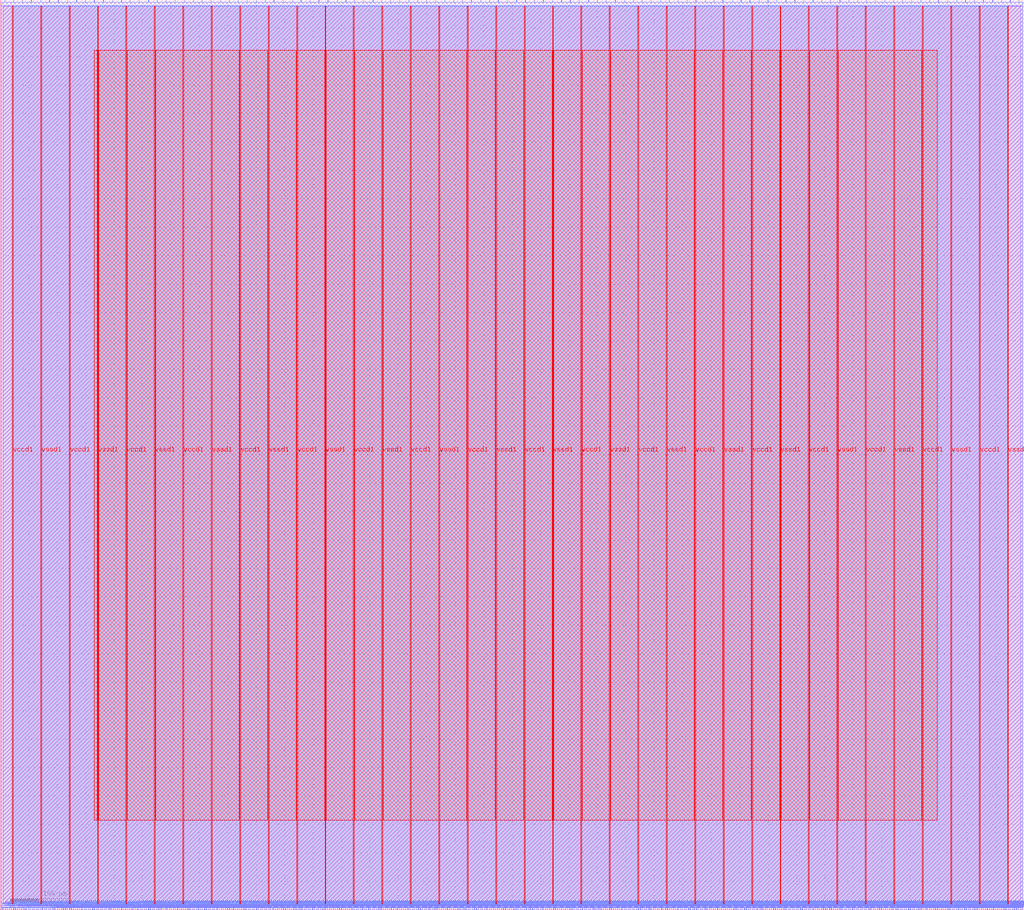
<source format=lef>
VERSION 5.7 ;
  NOWIREEXTENSIONATPIN ON ;
  DIVIDERCHAR "/" ;
  BUSBITCHARS "[]" ;
MACRO user_proj_example
  CLASS BLOCK ;
  FOREIGN user_proj_example ;
  ORIGIN 0.000 0.000 ;
  SIZE 1800.000 BY 1600.000 ;
  PIN io_in[0]
    DIRECTION INPUT ;
    USE SIGNAL ;
    PORT
      LAYER met2 ;
        RECT 7.910 1596.000 8.190 1600.000 ;
    END
  END io_in[0]
  PIN io_in[10]
    DIRECTION INPUT ;
    USE SIGNAL ;
    PORT
      LAYER met2 ;
        RECT 481.250 1596.000 481.530 1600.000 ;
    END
  END io_in[10]
  PIN io_in[11]
    DIRECTION INPUT ;
    USE SIGNAL ;
    PORT
      LAYER met2 ;
        RECT 528.630 1596.000 528.910 1600.000 ;
    END
  END io_in[11]
  PIN io_in[12]
    DIRECTION INPUT ;
    USE SIGNAL ;
    PORT
      LAYER met2 ;
        RECT 576.010 1596.000 576.290 1600.000 ;
    END
  END io_in[12]
  PIN io_in[13]
    DIRECTION INPUT ;
    USE SIGNAL ;
    PORT
      LAYER met2 ;
        RECT 623.390 1596.000 623.670 1600.000 ;
    END
  END io_in[13]
  PIN io_in[14]
    DIRECTION INPUT ;
    USE SIGNAL ;
    PORT
      LAYER met2 ;
        RECT 670.770 1596.000 671.050 1600.000 ;
    END
  END io_in[14]
  PIN io_in[15]
    DIRECTION INPUT ;
    USE SIGNAL ;
    PORT
      LAYER met2 ;
        RECT 718.150 1596.000 718.430 1600.000 ;
    END
  END io_in[15]
  PIN io_in[16]
    DIRECTION INPUT ;
    USE SIGNAL ;
    PORT
      LAYER met2 ;
        RECT 765.530 1596.000 765.810 1600.000 ;
    END
  END io_in[16]
  PIN io_in[17]
    DIRECTION INPUT ;
    USE SIGNAL ;
    PORT
      LAYER met2 ;
        RECT 812.910 1596.000 813.190 1600.000 ;
    END
  END io_in[17]
  PIN io_in[18]
    DIRECTION INPUT ;
    USE SIGNAL ;
    PORT
      LAYER met2 ;
        RECT 860.290 1596.000 860.570 1600.000 ;
    END
  END io_in[18]
  PIN io_in[19]
    DIRECTION INPUT ;
    USE SIGNAL ;
    PORT
      LAYER met2 ;
        RECT 907.670 1596.000 907.950 1600.000 ;
    END
  END io_in[19]
  PIN io_in[1]
    DIRECTION INPUT ;
    USE SIGNAL ;
    PORT
      LAYER met2 ;
        RECT 54.830 1596.000 55.110 1600.000 ;
    END
  END io_in[1]
  PIN io_in[20]
    DIRECTION INPUT ;
    USE SIGNAL ;
    PORT
      LAYER met2 ;
        RECT 955.050 1596.000 955.330 1600.000 ;
    END
  END io_in[20]
  PIN io_in[21]
    DIRECTION INPUT ;
    USE SIGNAL ;
    PORT
      LAYER met2 ;
        RECT 1002.430 1596.000 1002.710 1600.000 ;
    END
  END io_in[21]
  PIN io_in[22]
    DIRECTION INPUT ;
    USE SIGNAL ;
    PORT
      LAYER met2 ;
        RECT 1049.810 1596.000 1050.090 1600.000 ;
    END
  END io_in[22]
  PIN io_in[23]
    DIRECTION INPUT ;
    USE SIGNAL ;
    PORT
      LAYER met2 ;
        RECT 1097.190 1596.000 1097.470 1600.000 ;
    END
  END io_in[23]
  PIN io_in[24]
    DIRECTION INPUT ;
    USE SIGNAL ;
    PORT
      LAYER met2 ;
        RECT 1144.570 1596.000 1144.850 1600.000 ;
    END
  END io_in[24]
  PIN io_in[25]
    DIRECTION INPUT ;
    USE SIGNAL ;
    PORT
      LAYER met2 ;
        RECT 1191.950 1596.000 1192.230 1600.000 ;
    END
  END io_in[25]
  PIN io_in[26]
    DIRECTION INPUT ;
    USE SIGNAL ;
    PORT
      LAYER met2 ;
        RECT 1239.330 1596.000 1239.610 1600.000 ;
    END
  END io_in[26]
  PIN io_in[27]
    DIRECTION INPUT ;
    USE SIGNAL ;
    PORT
      LAYER met2 ;
        RECT 1286.710 1596.000 1286.990 1600.000 ;
    END
  END io_in[27]
  PIN io_in[28]
    DIRECTION INPUT ;
    USE SIGNAL ;
    PORT
      LAYER met2 ;
        RECT 1334.090 1596.000 1334.370 1600.000 ;
    END
  END io_in[28]
  PIN io_in[29]
    DIRECTION INPUT ;
    USE SIGNAL ;
    PORT
      LAYER met2 ;
        RECT 1381.470 1596.000 1381.750 1600.000 ;
    END
  END io_in[29]
  PIN io_in[2]
    DIRECTION INPUT ;
    USE SIGNAL ;
    PORT
      LAYER met2 ;
        RECT 102.210 1596.000 102.490 1600.000 ;
    END
  END io_in[2]
  PIN io_in[30]
    DIRECTION INPUT ;
    USE SIGNAL ;
    PORT
      LAYER met2 ;
        RECT 1428.850 1596.000 1429.130 1600.000 ;
    END
  END io_in[30]
  PIN io_in[31]
    DIRECTION INPUT ;
    USE SIGNAL ;
    PORT
      LAYER met2 ;
        RECT 1476.230 1596.000 1476.510 1600.000 ;
    END
  END io_in[31]
  PIN io_in[32]
    DIRECTION INPUT ;
    USE SIGNAL ;
    PORT
      LAYER met2 ;
        RECT 1523.610 1596.000 1523.890 1600.000 ;
    END
  END io_in[32]
  PIN io_in[33]
    DIRECTION INPUT ;
    USE SIGNAL ;
    PORT
      LAYER met2 ;
        RECT 1570.990 1596.000 1571.270 1600.000 ;
    END
  END io_in[33]
  PIN io_in[34]
    DIRECTION INPUT ;
    USE SIGNAL ;
    PORT
      LAYER met2 ;
        RECT 1618.370 1596.000 1618.650 1600.000 ;
    END
  END io_in[34]
  PIN io_in[35]
    DIRECTION INPUT ;
    USE SIGNAL ;
    PORT
      LAYER met2 ;
        RECT 1665.750 1596.000 1666.030 1600.000 ;
    END
  END io_in[35]
  PIN io_in[36]
    DIRECTION INPUT ;
    USE SIGNAL ;
    PORT
      LAYER met2 ;
        RECT 1713.130 1596.000 1713.410 1600.000 ;
    END
  END io_in[36]
  PIN io_in[37]
    DIRECTION INPUT ;
    USE SIGNAL ;
    PORT
      LAYER met2 ;
        RECT 1760.510 1596.000 1760.790 1600.000 ;
    END
  END io_in[37]
  PIN io_in[3]
    DIRECTION INPUT ;
    USE SIGNAL ;
    PORT
      LAYER met2 ;
        RECT 149.590 1596.000 149.870 1600.000 ;
    END
  END io_in[3]
  PIN io_in[4]
    DIRECTION INPUT ;
    USE SIGNAL ;
    PORT
      LAYER met2 ;
        RECT 196.970 1596.000 197.250 1600.000 ;
    END
  END io_in[4]
  PIN io_in[5]
    DIRECTION INPUT ;
    USE SIGNAL ;
    PORT
      LAYER met2 ;
        RECT 244.350 1596.000 244.630 1600.000 ;
    END
  END io_in[5]
  PIN io_in[6]
    DIRECTION INPUT ;
    USE SIGNAL ;
    PORT
      LAYER met2 ;
        RECT 291.730 1596.000 292.010 1600.000 ;
    END
  END io_in[6]
  PIN io_in[7]
    DIRECTION INPUT ;
    USE SIGNAL ;
    PORT
      LAYER met2 ;
        RECT 339.110 1596.000 339.390 1600.000 ;
    END
  END io_in[7]
  PIN io_in[8]
    DIRECTION INPUT ;
    USE SIGNAL ;
    PORT
      LAYER met2 ;
        RECT 386.490 1596.000 386.770 1600.000 ;
    END
  END io_in[8]
  PIN io_in[9]
    DIRECTION INPUT ;
    USE SIGNAL ;
    PORT
      LAYER met2 ;
        RECT 433.870 1596.000 434.150 1600.000 ;
    END
  END io_in[9]
  PIN io_oeb[0]
    DIRECTION OUTPUT TRISTATE ;
    USE SIGNAL ;
    PORT
      LAYER met2 ;
        RECT 23.550 1596.000 23.830 1600.000 ;
    END
  END io_oeb[0]
  PIN io_oeb[10]
    DIRECTION OUTPUT TRISTATE ;
    USE SIGNAL ;
    PORT
      LAYER met2 ;
        RECT 497.350 1596.000 497.630 1600.000 ;
    END
  END io_oeb[10]
  PIN io_oeb[11]
    DIRECTION OUTPUT TRISTATE ;
    USE SIGNAL ;
    PORT
      LAYER met2 ;
        RECT 544.730 1596.000 545.010 1600.000 ;
    END
  END io_oeb[11]
  PIN io_oeb[12]
    DIRECTION OUTPUT TRISTATE ;
    USE SIGNAL ;
    PORT
      LAYER met2 ;
        RECT 592.110 1596.000 592.390 1600.000 ;
    END
  END io_oeb[12]
  PIN io_oeb[13]
    DIRECTION OUTPUT TRISTATE ;
    USE SIGNAL ;
    PORT
      LAYER met2 ;
        RECT 639.030 1596.000 639.310 1600.000 ;
    END
  END io_oeb[13]
  PIN io_oeb[14]
    DIRECTION OUTPUT TRISTATE ;
    USE SIGNAL ;
    PORT
      LAYER met2 ;
        RECT 686.410 1596.000 686.690 1600.000 ;
    END
  END io_oeb[14]
  PIN io_oeb[15]
    DIRECTION OUTPUT TRISTATE ;
    USE SIGNAL ;
    PORT
      LAYER met2 ;
        RECT 733.790 1596.000 734.070 1600.000 ;
    END
  END io_oeb[15]
  PIN io_oeb[16]
    DIRECTION OUTPUT TRISTATE ;
    USE SIGNAL ;
    PORT
      LAYER met2 ;
        RECT 781.170 1596.000 781.450 1600.000 ;
    END
  END io_oeb[16]
  PIN io_oeb[17]
    DIRECTION OUTPUT TRISTATE ;
    USE SIGNAL ;
    PORT
      LAYER met2 ;
        RECT 828.550 1596.000 828.830 1600.000 ;
    END
  END io_oeb[17]
  PIN io_oeb[18]
    DIRECTION OUTPUT TRISTATE ;
    USE SIGNAL ;
    PORT
      LAYER met2 ;
        RECT 875.930 1596.000 876.210 1600.000 ;
    END
  END io_oeb[18]
  PIN io_oeb[19]
    DIRECTION OUTPUT TRISTATE ;
    USE SIGNAL ;
    PORT
      LAYER met2 ;
        RECT 923.310 1596.000 923.590 1600.000 ;
    END
  END io_oeb[19]
  PIN io_oeb[1]
    DIRECTION OUTPUT TRISTATE ;
    USE SIGNAL ;
    PORT
      LAYER met2 ;
        RECT 70.930 1596.000 71.210 1600.000 ;
    END
  END io_oeb[1]
  PIN io_oeb[20]
    DIRECTION OUTPUT TRISTATE ;
    USE SIGNAL ;
    PORT
      LAYER met2 ;
        RECT 970.690 1596.000 970.970 1600.000 ;
    END
  END io_oeb[20]
  PIN io_oeb[21]
    DIRECTION OUTPUT TRISTATE ;
    USE SIGNAL ;
    PORT
      LAYER met2 ;
        RECT 1018.070 1596.000 1018.350 1600.000 ;
    END
  END io_oeb[21]
  PIN io_oeb[22]
    DIRECTION OUTPUT TRISTATE ;
    USE SIGNAL ;
    PORT
      LAYER met2 ;
        RECT 1065.450 1596.000 1065.730 1600.000 ;
    END
  END io_oeb[22]
  PIN io_oeb[23]
    DIRECTION OUTPUT TRISTATE ;
    USE SIGNAL ;
    PORT
      LAYER met2 ;
        RECT 1112.830 1596.000 1113.110 1600.000 ;
    END
  END io_oeb[23]
  PIN io_oeb[24]
    DIRECTION OUTPUT TRISTATE ;
    USE SIGNAL ;
    PORT
      LAYER met2 ;
        RECT 1160.210 1596.000 1160.490 1600.000 ;
    END
  END io_oeb[24]
  PIN io_oeb[25]
    DIRECTION OUTPUT TRISTATE ;
    USE SIGNAL ;
    PORT
      LAYER met2 ;
        RECT 1207.590 1596.000 1207.870 1600.000 ;
    END
  END io_oeb[25]
  PIN io_oeb[26]
    DIRECTION OUTPUT TRISTATE ;
    USE SIGNAL ;
    PORT
      LAYER met2 ;
        RECT 1254.970 1596.000 1255.250 1600.000 ;
    END
  END io_oeb[26]
  PIN io_oeb[27]
    DIRECTION OUTPUT TRISTATE ;
    USE SIGNAL ;
    PORT
      LAYER met2 ;
        RECT 1302.350 1596.000 1302.630 1600.000 ;
    END
  END io_oeb[27]
  PIN io_oeb[28]
    DIRECTION OUTPUT TRISTATE ;
    USE SIGNAL ;
    PORT
      LAYER met2 ;
        RECT 1349.730 1596.000 1350.010 1600.000 ;
    END
  END io_oeb[28]
  PIN io_oeb[29]
    DIRECTION OUTPUT TRISTATE ;
    USE SIGNAL ;
    PORT
      LAYER met2 ;
        RECT 1397.110 1596.000 1397.390 1600.000 ;
    END
  END io_oeb[29]
  PIN io_oeb[2]
    DIRECTION OUTPUT TRISTATE ;
    USE SIGNAL ;
    PORT
      LAYER met2 ;
        RECT 118.310 1596.000 118.590 1600.000 ;
    END
  END io_oeb[2]
  PIN io_oeb[30]
    DIRECTION OUTPUT TRISTATE ;
    USE SIGNAL ;
    PORT
      LAYER met2 ;
        RECT 1444.490 1596.000 1444.770 1600.000 ;
    END
  END io_oeb[30]
  PIN io_oeb[31]
    DIRECTION OUTPUT TRISTATE ;
    USE SIGNAL ;
    PORT
      LAYER met2 ;
        RECT 1491.870 1596.000 1492.150 1600.000 ;
    END
  END io_oeb[31]
  PIN io_oeb[32]
    DIRECTION OUTPUT TRISTATE ;
    USE SIGNAL ;
    PORT
      LAYER met2 ;
        RECT 1539.250 1596.000 1539.530 1600.000 ;
    END
  END io_oeb[32]
  PIN io_oeb[33]
    DIRECTION OUTPUT TRISTATE ;
    USE SIGNAL ;
    PORT
      LAYER met2 ;
        RECT 1586.630 1596.000 1586.910 1600.000 ;
    END
  END io_oeb[33]
  PIN io_oeb[34]
    DIRECTION OUTPUT TRISTATE ;
    USE SIGNAL ;
    PORT
      LAYER met2 ;
        RECT 1634.010 1596.000 1634.290 1600.000 ;
    END
  END io_oeb[34]
  PIN io_oeb[35]
    DIRECTION OUTPUT TRISTATE ;
    USE SIGNAL ;
    PORT
      LAYER met2 ;
        RECT 1681.390 1596.000 1681.670 1600.000 ;
    END
  END io_oeb[35]
  PIN io_oeb[36]
    DIRECTION OUTPUT TRISTATE ;
    USE SIGNAL ;
    PORT
      LAYER met2 ;
        RECT 1728.770 1596.000 1729.050 1600.000 ;
    END
  END io_oeb[36]
  PIN io_oeb[37]
    DIRECTION OUTPUT TRISTATE ;
    USE SIGNAL ;
    PORT
      LAYER met2 ;
        RECT 1776.150 1596.000 1776.430 1600.000 ;
    END
  END io_oeb[37]
  PIN io_oeb[3]
    DIRECTION OUTPUT TRISTATE ;
    USE SIGNAL ;
    PORT
      LAYER met2 ;
        RECT 165.690 1596.000 165.970 1600.000 ;
    END
  END io_oeb[3]
  PIN io_oeb[4]
    DIRECTION OUTPUT TRISTATE ;
    USE SIGNAL ;
    PORT
      LAYER met2 ;
        RECT 213.070 1596.000 213.350 1600.000 ;
    END
  END io_oeb[4]
  PIN io_oeb[5]
    DIRECTION OUTPUT TRISTATE ;
    USE SIGNAL ;
    PORT
      LAYER met2 ;
        RECT 260.450 1596.000 260.730 1600.000 ;
    END
  END io_oeb[5]
  PIN io_oeb[6]
    DIRECTION OUTPUT TRISTATE ;
    USE SIGNAL ;
    PORT
      LAYER met2 ;
        RECT 307.830 1596.000 308.110 1600.000 ;
    END
  END io_oeb[6]
  PIN io_oeb[7]
    DIRECTION OUTPUT TRISTATE ;
    USE SIGNAL ;
    PORT
      LAYER met2 ;
        RECT 355.210 1596.000 355.490 1600.000 ;
    END
  END io_oeb[7]
  PIN io_oeb[8]
    DIRECTION OUTPUT TRISTATE ;
    USE SIGNAL ;
    PORT
      LAYER met2 ;
        RECT 402.590 1596.000 402.870 1600.000 ;
    END
  END io_oeb[8]
  PIN io_oeb[9]
    DIRECTION OUTPUT TRISTATE ;
    USE SIGNAL ;
    PORT
      LAYER met2 ;
        RECT 449.970 1596.000 450.250 1600.000 ;
    END
  END io_oeb[9]
  PIN io_out[0]
    DIRECTION OUTPUT TRISTATE ;
    USE SIGNAL ;
    PORT
      LAYER met2 ;
        RECT 39.190 1596.000 39.470 1600.000 ;
    END
  END io_out[0]
  PIN io_out[10]
    DIRECTION OUTPUT TRISTATE ;
    USE SIGNAL ;
    PORT
      LAYER met2 ;
        RECT 512.990 1596.000 513.270 1600.000 ;
    END
  END io_out[10]
  PIN io_out[11]
    DIRECTION OUTPUT TRISTATE ;
    USE SIGNAL ;
    PORT
      LAYER met2 ;
        RECT 560.370 1596.000 560.650 1600.000 ;
    END
  END io_out[11]
  PIN io_out[12]
    DIRECTION OUTPUT TRISTATE ;
    USE SIGNAL ;
    PORT
      LAYER met2 ;
        RECT 607.750 1596.000 608.030 1600.000 ;
    END
  END io_out[12]
  PIN io_out[13]
    DIRECTION OUTPUT TRISTATE ;
    USE SIGNAL ;
    PORT
      LAYER met2 ;
        RECT 655.130 1596.000 655.410 1600.000 ;
    END
  END io_out[13]
  PIN io_out[14]
    DIRECTION OUTPUT TRISTATE ;
    USE SIGNAL ;
    PORT
      LAYER met2 ;
        RECT 702.510 1596.000 702.790 1600.000 ;
    END
  END io_out[14]
  PIN io_out[15]
    DIRECTION OUTPUT TRISTATE ;
    USE SIGNAL ;
    PORT
      LAYER met2 ;
        RECT 749.890 1596.000 750.170 1600.000 ;
    END
  END io_out[15]
  PIN io_out[16]
    DIRECTION OUTPUT TRISTATE ;
    USE SIGNAL ;
    PORT
      LAYER met2 ;
        RECT 797.270 1596.000 797.550 1600.000 ;
    END
  END io_out[16]
  PIN io_out[17]
    DIRECTION OUTPUT TRISTATE ;
    USE SIGNAL ;
    PORT
      LAYER met2 ;
        RECT 844.650 1596.000 844.930 1600.000 ;
    END
  END io_out[17]
  PIN io_out[18]
    DIRECTION OUTPUT TRISTATE ;
    USE SIGNAL ;
    PORT
      LAYER met2 ;
        RECT 892.030 1596.000 892.310 1600.000 ;
    END
  END io_out[18]
  PIN io_out[19]
    DIRECTION OUTPUT TRISTATE ;
    USE SIGNAL ;
    PORT
      LAYER met2 ;
        RECT 939.410 1596.000 939.690 1600.000 ;
    END
  END io_out[19]
  PIN io_out[1]
    DIRECTION OUTPUT TRISTATE ;
    USE SIGNAL ;
    PORT
      LAYER met2 ;
        RECT 86.570 1596.000 86.850 1600.000 ;
    END
  END io_out[1]
  PIN io_out[20]
    DIRECTION OUTPUT TRISTATE ;
    USE SIGNAL ;
    PORT
      LAYER met2 ;
        RECT 986.790 1596.000 987.070 1600.000 ;
    END
  END io_out[20]
  PIN io_out[21]
    DIRECTION OUTPUT TRISTATE ;
    USE SIGNAL ;
    PORT
      LAYER met2 ;
        RECT 1034.170 1596.000 1034.450 1600.000 ;
    END
  END io_out[21]
  PIN io_out[22]
    DIRECTION OUTPUT TRISTATE ;
    USE SIGNAL ;
    PORT
      LAYER met2 ;
        RECT 1081.550 1596.000 1081.830 1600.000 ;
    END
  END io_out[22]
  PIN io_out[23]
    DIRECTION OUTPUT TRISTATE ;
    USE SIGNAL ;
    PORT
      LAYER met2 ;
        RECT 1128.930 1596.000 1129.210 1600.000 ;
    END
  END io_out[23]
  PIN io_out[24]
    DIRECTION OUTPUT TRISTATE ;
    USE SIGNAL ;
    PORT
      LAYER met2 ;
        RECT 1176.310 1596.000 1176.590 1600.000 ;
    END
  END io_out[24]
  PIN io_out[25]
    DIRECTION OUTPUT TRISTATE ;
    USE SIGNAL ;
    PORT
      LAYER met2 ;
        RECT 1223.230 1596.000 1223.510 1600.000 ;
    END
  END io_out[25]
  PIN io_out[26]
    DIRECTION OUTPUT TRISTATE ;
    USE SIGNAL ;
    PORT
      LAYER met2 ;
        RECT 1270.610 1596.000 1270.890 1600.000 ;
    END
  END io_out[26]
  PIN io_out[27]
    DIRECTION OUTPUT TRISTATE ;
    USE SIGNAL ;
    PORT
      LAYER met2 ;
        RECT 1317.990 1596.000 1318.270 1600.000 ;
    END
  END io_out[27]
  PIN io_out[28]
    DIRECTION OUTPUT TRISTATE ;
    USE SIGNAL ;
    PORT
      LAYER met2 ;
        RECT 1365.370 1596.000 1365.650 1600.000 ;
    END
  END io_out[28]
  PIN io_out[29]
    DIRECTION OUTPUT TRISTATE ;
    USE SIGNAL ;
    PORT
      LAYER met2 ;
        RECT 1412.750 1596.000 1413.030 1600.000 ;
    END
  END io_out[29]
  PIN io_out[2]
    DIRECTION OUTPUT TRISTATE ;
    USE SIGNAL ;
    PORT
      LAYER met2 ;
        RECT 133.950 1596.000 134.230 1600.000 ;
    END
  END io_out[2]
  PIN io_out[30]
    DIRECTION OUTPUT TRISTATE ;
    USE SIGNAL ;
    PORT
      LAYER met2 ;
        RECT 1460.130 1596.000 1460.410 1600.000 ;
    END
  END io_out[30]
  PIN io_out[31]
    DIRECTION OUTPUT TRISTATE ;
    USE SIGNAL ;
    PORT
      LAYER met2 ;
        RECT 1507.510 1596.000 1507.790 1600.000 ;
    END
  END io_out[31]
  PIN io_out[32]
    DIRECTION OUTPUT TRISTATE ;
    USE SIGNAL ;
    PORT
      LAYER met2 ;
        RECT 1554.890 1596.000 1555.170 1600.000 ;
    END
  END io_out[32]
  PIN io_out[33]
    DIRECTION OUTPUT TRISTATE ;
    USE SIGNAL ;
    PORT
      LAYER met2 ;
        RECT 1602.270 1596.000 1602.550 1600.000 ;
    END
  END io_out[33]
  PIN io_out[34]
    DIRECTION OUTPUT TRISTATE ;
    USE SIGNAL ;
    PORT
      LAYER met2 ;
        RECT 1649.650 1596.000 1649.930 1600.000 ;
    END
  END io_out[34]
  PIN io_out[35]
    DIRECTION OUTPUT TRISTATE ;
    USE SIGNAL ;
    PORT
      LAYER met2 ;
        RECT 1697.030 1596.000 1697.310 1600.000 ;
    END
  END io_out[35]
  PIN io_out[36]
    DIRECTION OUTPUT TRISTATE ;
    USE SIGNAL ;
    PORT
      LAYER met2 ;
        RECT 1744.410 1596.000 1744.690 1600.000 ;
    END
  END io_out[36]
  PIN io_out[37]
    DIRECTION OUTPUT TRISTATE ;
    USE SIGNAL ;
    PORT
      LAYER met2 ;
        RECT 1791.790 1596.000 1792.070 1600.000 ;
    END
  END io_out[37]
  PIN io_out[3]
    DIRECTION OUTPUT TRISTATE ;
    USE SIGNAL ;
    PORT
      LAYER met2 ;
        RECT 181.330 1596.000 181.610 1600.000 ;
    END
  END io_out[3]
  PIN io_out[4]
    DIRECTION OUTPUT TRISTATE ;
    USE SIGNAL ;
    PORT
      LAYER met2 ;
        RECT 228.710 1596.000 228.990 1600.000 ;
    END
  END io_out[4]
  PIN io_out[5]
    DIRECTION OUTPUT TRISTATE ;
    USE SIGNAL ;
    PORT
      LAYER met2 ;
        RECT 276.090 1596.000 276.370 1600.000 ;
    END
  END io_out[5]
  PIN io_out[6]
    DIRECTION OUTPUT TRISTATE ;
    USE SIGNAL ;
    PORT
      LAYER met2 ;
        RECT 323.470 1596.000 323.750 1600.000 ;
    END
  END io_out[6]
  PIN io_out[7]
    DIRECTION OUTPUT TRISTATE ;
    USE SIGNAL ;
    PORT
      LAYER met2 ;
        RECT 370.850 1596.000 371.130 1600.000 ;
    END
  END io_out[7]
  PIN io_out[8]
    DIRECTION OUTPUT TRISTATE ;
    USE SIGNAL ;
    PORT
      LAYER met2 ;
        RECT 418.230 1596.000 418.510 1600.000 ;
    END
  END io_out[8]
  PIN io_out[9]
    DIRECTION OUTPUT TRISTATE ;
    USE SIGNAL ;
    PORT
      LAYER met2 ;
        RECT 465.610 1596.000 465.890 1600.000 ;
    END
  END io_out[9]
  PIN irq[0]
    DIRECTION OUTPUT TRISTATE ;
    USE SIGNAL ;
    PORT
      LAYER met2 ;
        RECT 1790.410 0.000 1790.690 4.000 ;
    END
  END irq[0]
  PIN irq[1]
    DIRECTION OUTPUT TRISTATE ;
    USE SIGNAL ;
    PORT
      LAYER met2 ;
        RECT 1794.090 0.000 1794.370 4.000 ;
    END
  END irq[1]
  PIN irq[2]
    DIRECTION OUTPUT TRISTATE ;
    USE SIGNAL ;
    PORT
      LAYER met2 ;
        RECT 1797.770 0.000 1798.050 4.000 ;
    END
  END irq[2]
  PIN la_data_in[0]
    DIRECTION INPUT ;
    USE SIGNAL ;
    PORT
      LAYER met2 ;
        RECT 388.330 0.000 388.610 4.000 ;
    END
  END la_data_in[0]
  PIN la_data_in[100]
    DIRECTION INPUT ;
    USE SIGNAL ;
    PORT
      LAYER met2 ;
        RECT 1483.590 0.000 1483.870 4.000 ;
    END
  END la_data_in[100]
  PIN la_data_in[101]
    DIRECTION INPUT ;
    USE SIGNAL ;
    PORT
      LAYER met2 ;
        RECT 1494.630 0.000 1494.910 4.000 ;
    END
  END la_data_in[101]
  PIN la_data_in[102]
    DIRECTION INPUT ;
    USE SIGNAL ;
    PORT
      LAYER met2 ;
        RECT 1505.670 0.000 1505.950 4.000 ;
    END
  END la_data_in[102]
  PIN la_data_in[103]
    DIRECTION INPUT ;
    USE SIGNAL ;
    PORT
      LAYER met2 ;
        RECT 1516.250 0.000 1516.530 4.000 ;
    END
  END la_data_in[103]
  PIN la_data_in[104]
    DIRECTION INPUT ;
    USE SIGNAL ;
    PORT
      LAYER met2 ;
        RECT 1527.290 0.000 1527.570 4.000 ;
    END
  END la_data_in[104]
  PIN la_data_in[105]
    DIRECTION INPUT ;
    USE SIGNAL ;
    PORT
      LAYER met2 ;
        RECT 1538.330 0.000 1538.610 4.000 ;
    END
  END la_data_in[105]
  PIN la_data_in[106]
    DIRECTION INPUT ;
    USE SIGNAL ;
    PORT
      LAYER met2 ;
        RECT 1549.370 0.000 1549.650 4.000 ;
    END
  END la_data_in[106]
  PIN la_data_in[107]
    DIRECTION INPUT ;
    USE SIGNAL ;
    PORT
      LAYER met2 ;
        RECT 1560.410 0.000 1560.690 4.000 ;
    END
  END la_data_in[107]
  PIN la_data_in[108]
    DIRECTION INPUT ;
    USE SIGNAL ;
    PORT
      LAYER met2 ;
        RECT 1570.990 0.000 1571.270 4.000 ;
    END
  END la_data_in[108]
  PIN la_data_in[109]
    DIRECTION INPUT ;
    USE SIGNAL ;
    PORT
      LAYER met2 ;
        RECT 1582.030 0.000 1582.310 4.000 ;
    END
  END la_data_in[109]
  PIN la_data_in[10]
    DIRECTION INPUT ;
    USE SIGNAL ;
    PORT
      LAYER met2 ;
        RECT 497.810 0.000 498.090 4.000 ;
    END
  END la_data_in[10]
  PIN la_data_in[110]
    DIRECTION INPUT ;
    USE SIGNAL ;
    PORT
      LAYER met2 ;
        RECT 1593.070 0.000 1593.350 4.000 ;
    END
  END la_data_in[110]
  PIN la_data_in[111]
    DIRECTION INPUT ;
    USE SIGNAL ;
    PORT
      LAYER met2 ;
        RECT 1604.110 0.000 1604.390 4.000 ;
    END
  END la_data_in[111]
  PIN la_data_in[112]
    DIRECTION INPUT ;
    USE SIGNAL ;
    PORT
      LAYER met2 ;
        RECT 1615.150 0.000 1615.430 4.000 ;
    END
  END la_data_in[112]
  PIN la_data_in[113]
    DIRECTION INPUT ;
    USE SIGNAL ;
    PORT
      LAYER met2 ;
        RECT 1626.190 0.000 1626.470 4.000 ;
    END
  END la_data_in[113]
  PIN la_data_in[114]
    DIRECTION INPUT ;
    USE SIGNAL ;
    PORT
      LAYER met2 ;
        RECT 1636.770 0.000 1637.050 4.000 ;
    END
  END la_data_in[114]
  PIN la_data_in[115]
    DIRECTION INPUT ;
    USE SIGNAL ;
    PORT
      LAYER met2 ;
        RECT 1647.810 0.000 1648.090 4.000 ;
    END
  END la_data_in[115]
  PIN la_data_in[116]
    DIRECTION INPUT ;
    USE SIGNAL ;
    PORT
      LAYER met2 ;
        RECT 1658.850 0.000 1659.130 4.000 ;
    END
  END la_data_in[116]
  PIN la_data_in[117]
    DIRECTION INPUT ;
    USE SIGNAL ;
    PORT
      LAYER met2 ;
        RECT 1669.890 0.000 1670.170 4.000 ;
    END
  END la_data_in[117]
  PIN la_data_in[118]
    DIRECTION INPUT ;
    USE SIGNAL ;
    PORT
      LAYER met2 ;
        RECT 1680.930 0.000 1681.210 4.000 ;
    END
  END la_data_in[118]
  PIN la_data_in[119]
    DIRECTION INPUT ;
    USE SIGNAL ;
    PORT
      LAYER met2 ;
        RECT 1691.510 0.000 1691.790 4.000 ;
    END
  END la_data_in[119]
  PIN la_data_in[11]
    DIRECTION INPUT ;
    USE SIGNAL ;
    PORT
      LAYER met2 ;
        RECT 508.850 0.000 509.130 4.000 ;
    END
  END la_data_in[11]
  PIN la_data_in[120]
    DIRECTION INPUT ;
    USE SIGNAL ;
    PORT
      LAYER met2 ;
        RECT 1702.550 0.000 1702.830 4.000 ;
    END
  END la_data_in[120]
  PIN la_data_in[121]
    DIRECTION INPUT ;
    USE SIGNAL ;
    PORT
      LAYER met2 ;
        RECT 1713.590 0.000 1713.870 4.000 ;
    END
  END la_data_in[121]
  PIN la_data_in[122]
    DIRECTION INPUT ;
    USE SIGNAL ;
    PORT
      LAYER met2 ;
        RECT 1724.630 0.000 1724.910 4.000 ;
    END
  END la_data_in[122]
  PIN la_data_in[123]
    DIRECTION INPUT ;
    USE SIGNAL ;
    PORT
      LAYER met2 ;
        RECT 1735.670 0.000 1735.950 4.000 ;
    END
  END la_data_in[123]
  PIN la_data_in[124]
    DIRECTION INPUT ;
    USE SIGNAL ;
    PORT
      LAYER met2 ;
        RECT 1746.250 0.000 1746.530 4.000 ;
    END
  END la_data_in[124]
  PIN la_data_in[125]
    DIRECTION INPUT ;
    USE SIGNAL ;
    PORT
      LAYER met2 ;
        RECT 1757.290 0.000 1757.570 4.000 ;
    END
  END la_data_in[125]
  PIN la_data_in[126]
    DIRECTION INPUT ;
    USE SIGNAL ;
    PORT
      LAYER met2 ;
        RECT 1768.330 0.000 1768.610 4.000 ;
    END
  END la_data_in[126]
  PIN la_data_in[127]
    DIRECTION INPUT ;
    USE SIGNAL ;
    PORT
      LAYER met2 ;
        RECT 1779.370 0.000 1779.650 4.000 ;
    END
  END la_data_in[127]
  PIN la_data_in[12]
    DIRECTION INPUT ;
    USE SIGNAL ;
    PORT
      LAYER met2 ;
        RECT 519.890 0.000 520.170 4.000 ;
    END
  END la_data_in[12]
  PIN la_data_in[13]
    DIRECTION INPUT ;
    USE SIGNAL ;
    PORT
      LAYER met2 ;
        RECT 530.470 0.000 530.750 4.000 ;
    END
  END la_data_in[13]
  PIN la_data_in[14]
    DIRECTION INPUT ;
    USE SIGNAL ;
    PORT
      LAYER met2 ;
        RECT 541.510 0.000 541.790 4.000 ;
    END
  END la_data_in[14]
  PIN la_data_in[15]
    DIRECTION INPUT ;
    USE SIGNAL ;
    PORT
      LAYER met2 ;
        RECT 552.550 0.000 552.830 4.000 ;
    END
  END la_data_in[15]
  PIN la_data_in[16]
    DIRECTION INPUT ;
    USE SIGNAL ;
    PORT
      LAYER met2 ;
        RECT 563.590 0.000 563.870 4.000 ;
    END
  END la_data_in[16]
  PIN la_data_in[17]
    DIRECTION INPUT ;
    USE SIGNAL ;
    PORT
      LAYER met2 ;
        RECT 574.630 0.000 574.910 4.000 ;
    END
  END la_data_in[17]
  PIN la_data_in[18]
    DIRECTION INPUT ;
    USE SIGNAL ;
    PORT
      LAYER met2 ;
        RECT 585.210 0.000 585.490 4.000 ;
    END
  END la_data_in[18]
  PIN la_data_in[19]
    DIRECTION INPUT ;
    USE SIGNAL ;
    PORT
      LAYER met2 ;
        RECT 596.250 0.000 596.530 4.000 ;
    END
  END la_data_in[19]
  PIN la_data_in[1]
    DIRECTION INPUT ;
    USE SIGNAL ;
    PORT
      LAYER met2 ;
        RECT 399.370 0.000 399.650 4.000 ;
    END
  END la_data_in[1]
  PIN la_data_in[20]
    DIRECTION INPUT ;
    USE SIGNAL ;
    PORT
      LAYER met2 ;
        RECT 607.290 0.000 607.570 4.000 ;
    END
  END la_data_in[20]
  PIN la_data_in[21]
    DIRECTION INPUT ;
    USE SIGNAL ;
    PORT
      LAYER met2 ;
        RECT 618.330 0.000 618.610 4.000 ;
    END
  END la_data_in[21]
  PIN la_data_in[22]
    DIRECTION INPUT ;
    USE SIGNAL ;
    PORT
      LAYER met2 ;
        RECT 629.370 0.000 629.650 4.000 ;
    END
  END la_data_in[22]
  PIN la_data_in[23]
    DIRECTION INPUT ;
    USE SIGNAL ;
    PORT
      LAYER met2 ;
        RECT 639.950 0.000 640.230 4.000 ;
    END
  END la_data_in[23]
  PIN la_data_in[24]
    DIRECTION INPUT ;
    USE SIGNAL ;
    PORT
      LAYER met2 ;
        RECT 650.990 0.000 651.270 4.000 ;
    END
  END la_data_in[24]
  PIN la_data_in[25]
    DIRECTION INPUT ;
    USE SIGNAL ;
    PORT
      LAYER met2 ;
        RECT 662.030 0.000 662.310 4.000 ;
    END
  END la_data_in[25]
  PIN la_data_in[26]
    DIRECTION INPUT ;
    USE SIGNAL ;
    PORT
      LAYER met2 ;
        RECT 673.070 0.000 673.350 4.000 ;
    END
  END la_data_in[26]
  PIN la_data_in[27]
    DIRECTION INPUT ;
    USE SIGNAL ;
    PORT
      LAYER met2 ;
        RECT 684.110 0.000 684.390 4.000 ;
    END
  END la_data_in[27]
  PIN la_data_in[28]
    DIRECTION INPUT ;
    USE SIGNAL ;
    PORT
      LAYER met2 ;
        RECT 695.150 0.000 695.430 4.000 ;
    END
  END la_data_in[28]
  PIN la_data_in[29]
    DIRECTION INPUT ;
    USE SIGNAL ;
    PORT
      LAYER met2 ;
        RECT 705.730 0.000 706.010 4.000 ;
    END
  END la_data_in[29]
  PIN la_data_in[2]
    DIRECTION INPUT ;
    USE SIGNAL ;
    PORT
      LAYER met2 ;
        RECT 409.950 0.000 410.230 4.000 ;
    END
  END la_data_in[2]
  PIN la_data_in[30]
    DIRECTION INPUT ;
    USE SIGNAL ;
    PORT
      LAYER met2 ;
        RECT 716.770 0.000 717.050 4.000 ;
    END
  END la_data_in[30]
  PIN la_data_in[31]
    DIRECTION INPUT ;
    USE SIGNAL ;
    PORT
      LAYER met2 ;
        RECT 727.810 0.000 728.090 4.000 ;
    END
  END la_data_in[31]
  PIN la_data_in[32]
    DIRECTION INPUT ;
    USE SIGNAL ;
    PORT
      LAYER met2 ;
        RECT 738.850 0.000 739.130 4.000 ;
    END
  END la_data_in[32]
  PIN la_data_in[33]
    DIRECTION INPUT ;
    USE SIGNAL ;
    PORT
      LAYER met2 ;
        RECT 749.890 0.000 750.170 4.000 ;
    END
  END la_data_in[33]
  PIN la_data_in[34]
    DIRECTION INPUT ;
    USE SIGNAL ;
    PORT
      LAYER met2 ;
        RECT 760.470 0.000 760.750 4.000 ;
    END
  END la_data_in[34]
  PIN la_data_in[35]
    DIRECTION INPUT ;
    USE SIGNAL ;
    PORT
      LAYER met2 ;
        RECT 771.510 0.000 771.790 4.000 ;
    END
  END la_data_in[35]
  PIN la_data_in[36]
    DIRECTION INPUT ;
    USE SIGNAL ;
    PORT
      LAYER met2 ;
        RECT 782.550 0.000 782.830 4.000 ;
    END
  END la_data_in[36]
  PIN la_data_in[37]
    DIRECTION INPUT ;
    USE SIGNAL ;
    PORT
      LAYER met2 ;
        RECT 793.590 0.000 793.870 4.000 ;
    END
  END la_data_in[37]
  PIN la_data_in[38]
    DIRECTION INPUT ;
    USE SIGNAL ;
    PORT
      LAYER met2 ;
        RECT 804.630 0.000 804.910 4.000 ;
    END
  END la_data_in[38]
  PIN la_data_in[39]
    DIRECTION INPUT ;
    USE SIGNAL ;
    PORT
      LAYER met2 ;
        RECT 815.210 0.000 815.490 4.000 ;
    END
  END la_data_in[39]
  PIN la_data_in[3]
    DIRECTION INPUT ;
    USE SIGNAL ;
    PORT
      LAYER met2 ;
        RECT 420.990 0.000 421.270 4.000 ;
    END
  END la_data_in[3]
  PIN la_data_in[40]
    DIRECTION INPUT ;
    USE SIGNAL ;
    PORT
      LAYER met2 ;
        RECT 826.250 0.000 826.530 4.000 ;
    END
  END la_data_in[40]
  PIN la_data_in[41]
    DIRECTION INPUT ;
    USE SIGNAL ;
    PORT
      LAYER met2 ;
        RECT 837.290 0.000 837.570 4.000 ;
    END
  END la_data_in[41]
  PIN la_data_in[42]
    DIRECTION INPUT ;
    USE SIGNAL ;
    PORT
      LAYER met2 ;
        RECT 848.330 0.000 848.610 4.000 ;
    END
  END la_data_in[42]
  PIN la_data_in[43]
    DIRECTION INPUT ;
    USE SIGNAL ;
    PORT
      LAYER met2 ;
        RECT 859.370 0.000 859.650 4.000 ;
    END
  END la_data_in[43]
  PIN la_data_in[44]
    DIRECTION INPUT ;
    USE SIGNAL ;
    PORT
      LAYER met2 ;
        RECT 870.410 0.000 870.690 4.000 ;
    END
  END la_data_in[44]
  PIN la_data_in[45]
    DIRECTION INPUT ;
    USE SIGNAL ;
    PORT
      LAYER met2 ;
        RECT 880.990 0.000 881.270 4.000 ;
    END
  END la_data_in[45]
  PIN la_data_in[46]
    DIRECTION INPUT ;
    USE SIGNAL ;
    PORT
      LAYER met2 ;
        RECT 892.030 0.000 892.310 4.000 ;
    END
  END la_data_in[46]
  PIN la_data_in[47]
    DIRECTION INPUT ;
    USE SIGNAL ;
    PORT
      LAYER met2 ;
        RECT 903.070 0.000 903.350 4.000 ;
    END
  END la_data_in[47]
  PIN la_data_in[48]
    DIRECTION INPUT ;
    USE SIGNAL ;
    PORT
      LAYER met2 ;
        RECT 914.110 0.000 914.390 4.000 ;
    END
  END la_data_in[48]
  PIN la_data_in[49]
    DIRECTION INPUT ;
    USE SIGNAL ;
    PORT
      LAYER met2 ;
        RECT 925.150 0.000 925.430 4.000 ;
    END
  END la_data_in[49]
  PIN la_data_in[4]
    DIRECTION INPUT ;
    USE SIGNAL ;
    PORT
      LAYER met2 ;
        RECT 432.030 0.000 432.310 4.000 ;
    END
  END la_data_in[4]
  PIN la_data_in[50]
    DIRECTION INPUT ;
    USE SIGNAL ;
    PORT
      LAYER met2 ;
        RECT 935.730 0.000 936.010 4.000 ;
    END
  END la_data_in[50]
  PIN la_data_in[51]
    DIRECTION INPUT ;
    USE SIGNAL ;
    PORT
      LAYER met2 ;
        RECT 946.770 0.000 947.050 4.000 ;
    END
  END la_data_in[51]
  PIN la_data_in[52]
    DIRECTION INPUT ;
    USE SIGNAL ;
    PORT
      LAYER met2 ;
        RECT 957.810 0.000 958.090 4.000 ;
    END
  END la_data_in[52]
  PIN la_data_in[53]
    DIRECTION INPUT ;
    USE SIGNAL ;
    PORT
      LAYER met2 ;
        RECT 968.850 0.000 969.130 4.000 ;
    END
  END la_data_in[53]
  PIN la_data_in[54]
    DIRECTION INPUT ;
    USE SIGNAL ;
    PORT
      LAYER met2 ;
        RECT 979.890 0.000 980.170 4.000 ;
    END
  END la_data_in[54]
  PIN la_data_in[55]
    DIRECTION INPUT ;
    USE SIGNAL ;
    PORT
      LAYER met2 ;
        RECT 990.470 0.000 990.750 4.000 ;
    END
  END la_data_in[55]
  PIN la_data_in[56]
    DIRECTION INPUT ;
    USE SIGNAL ;
    PORT
      LAYER met2 ;
        RECT 1001.510 0.000 1001.790 4.000 ;
    END
  END la_data_in[56]
  PIN la_data_in[57]
    DIRECTION INPUT ;
    USE SIGNAL ;
    PORT
      LAYER met2 ;
        RECT 1012.550 0.000 1012.830 4.000 ;
    END
  END la_data_in[57]
  PIN la_data_in[58]
    DIRECTION INPUT ;
    USE SIGNAL ;
    PORT
      LAYER met2 ;
        RECT 1023.590 0.000 1023.870 4.000 ;
    END
  END la_data_in[58]
  PIN la_data_in[59]
    DIRECTION INPUT ;
    USE SIGNAL ;
    PORT
      LAYER met2 ;
        RECT 1034.630 0.000 1034.910 4.000 ;
    END
  END la_data_in[59]
  PIN la_data_in[5]
    DIRECTION INPUT ;
    USE SIGNAL ;
    PORT
      LAYER met2 ;
        RECT 443.070 0.000 443.350 4.000 ;
    END
  END la_data_in[5]
  PIN la_data_in[60]
    DIRECTION INPUT ;
    USE SIGNAL ;
    PORT
      LAYER met2 ;
        RECT 1045.670 0.000 1045.950 4.000 ;
    END
  END la_data_in[60]
  PIN la_data_in[61]
    DIRECTION INPUT ;
    USE SIGNAL ;
    PORT
      LAYER met2 ;
        RECT 1056.250 0.000 1056.530 4.000 ;
    END
  END la_data_in[61]
  PIN la_data_in[62]
    DIRECTION INPUT ;
    USE SIGNAL ;
    PORT
      LAYER met2 ;
        RECT 1067.290 0.000 1067.570 4.000 ;
    END
  END la_data_in[62]
  PIN la_data_in[63]
    DIRECTION INPUT ;
    USE SIGNAL ;
    PORT
      LAYER met2 ;
        RECT 1078.330 0.000 1078.610 4.000 ;
    END
  END la_data_in[63]
  PIN la_data_in[64]
    DIRECTION INPUT ;
    USE SIGNAL ;
    PORT
      LAYER met2 ;
        RECT 1089.370 0.000 1089.650 4.000 ;
    END
  END la_data_in[64]
  PIN la_data_in[65]
    DIRECTION INPUT ;
    USE SIGNAL ;
    PORT
      LAYER met2 ;
        RECT 1100.410 0.000 1100.690 4.000 ;
    END
  END la_data_in[65]
  PIN la_data_in[66]
    DIRECTION INPUT ;
    USE SIGNAL ;
    PORT
      LAYER met2 ;
        RECT 1110.990 0.000 1111.270 4.000 ;
    END
  END la_data_in[66]
  PIN la_data_in[67]
    DIRECTION INPUT ;
    USE SIGNAL ;
    PORT
      LAYER met2 ;
        RECT 1122.030 0.000 1122.310 4.000 ;
    END
  END la_data_in[67]
  PIN la_data_in[68]
    DIRECTION INPUT ;
    USE SIGNAL ;
    PORT
      LAYER met2 ;
        RECT 1133.070 0.000 1133.350 4.000 ;
    END
  END la_data_in[68]
  PIN la_data_in[69]
    DIRECTION INPUT ;
    USE SIGNAL ;
    PORT
      LAYER met2 ;
        RECT 1144.110 0.000 1144.390 4.000 ;
    END
  END la_data_in[69]
  PIN la_data_in[6]
    DIRECTION INPUT ;
    USE SIGNAL ;
    PORT
      LAYER met2 ;
        RECT 454.110 0.000 454.390 4.000 ;
    END
  END la_data_in[6]
  PIN la_data_in[70]
    DIRECTION INPUT ;
    USE SIGNAL ;
    PORT
      LAYER met2 ;
        RECT 1155.150 0.000 1155.430 4.000 ;
    END
  END la_data_in[70]
  PIN la_data_in[71]
    DIRECTION INPUT ;
    USE SIGNAL ;
    PORT
      LAYER met2 ;
        RECT 1165.730 0.000 1166.010 4.000 ;
    END
  END la_data_in[71]
  PIN la_data_in[72]
    DIRECTION INPUT ;
    USE SIGNAL ;
    PORT
      LAYER met2 ;
        RECT 1176.770 0.000 1177.050 4.000 ;
    END
  END la_data_in[72]
  PIN la_data_in[73]
    DIRECTION INPUT ;
    USE SIGNAL ;
    PORT
      LAYER met2 ;
        RECT 1187.810 0.000 1188.090 4.000 ;
    END
  END la_data_in[73]
  PIN la_data_in[74]
    DIRECTION INPUT ;
    USE SIGNAL ;
    PORT
      LAYER met2 ;
        RECT 1198.850 0.000 1199.130 4.000 ;
    END
  END la_data_in[74]
  PIN la_data_in[75]
    DIRECTION INPUT ;
    USE SIGNAL ;
    PORT
      LAYER met2 ;
        RECT 1209.890 0.000 1210.170 4.000 ;
    END
  END la_data_in[75]
  PIN la_data_in[76]
    DIRECTION INPUT ;
    USE SIGNAL ;
    PORT
      LAYER met2 ;
        RECT 1220.470 0.000 1220.750 4.000 ;
    END
  END la_data_in[76]
  PIN la_data_in[77]
    DIRECTION INPUT ;
    USE SIGNAL ;
    PORT
      LAYER met2 ;
        RECT 1231.510 0.000 1231.790 4.000 ;
    END
  END la_data_in[77]
  PIN la_data_in[78]
    DIRECTION INPUT ;
    USE SIGNAL ;
    PORT
      LAYER met2 ;
        RECT 1242.550 0.000 1242.830 4.000 ;
    END
  END la_data_in[78]
  PIN la_data_in[79]
    DIRECTION INPUT ;
    USE SIGNAL ;
    PORT
      LAYER met2 ;
        RECT 1253.590 0.000 1253.870 4.000 ;
    END
  END la_data_in[79]
  PIN la_data_in[7]
    DIRECTION INPUT ;
    USE SIGNAL ;
    PORT
      LAYER met2 ;
        RECT 465.150 0.000 465.430 4.000 ;
    END
  END la_data_in[7]
  PIN la_data_in[80]
    DIRECTION INPUT ;
    USE SIGNAL ;
    PORT
      LAYER met2 ;
        RECT 1264.630 0.000 1264.910 4.000 ;
    END
  END la_data_in[80]
  PIN la_data_in[81]
    DIRECTION INPUT ;
    USE SIGNAL ;
    PORT
      LAYER met2 ;
        RECT 1275.670 0.000 1275.950 4.000 ;
    END
  END la_data_in[81]
  PIN la_data_in[82]
    DIRECTION INPUT ;
    USE SIGNAL ;
    PORT
      LAYER met2 ;
        RECT 1286.250 0.000 1286.530 4.000 ;
    END
  END la_data_in[82]
  PIN la_data_in[83]
    DIRECTION INPUT ;
    USE SIGNAL ;
    PORT
      LAYER met2 ;
        RECT 1297.290 0.000 1297.570 4.000 ;
    END
  END la_data_in[83]
  PIN la_data_in[84]
    DIRECTION INPUT ;
    USE SIGNAL ;
    PORT
      LAYER met2 ;
        RECT 1308.330 0.000 1308.610 4.000 ;
    END
  END la_data_in[84]
  PIN la_data_in[85]
    DIRECTION INPUT ;
    USE SIGNAL ;
    PORT
      LAYER met2 ;
        RECT 1319.370 0.000 1319.650 4.000 ;
    END
  END la_data_in[85]
  PIN la_data_in[86]
    DIRECTION INPUT ;
    USE SIGNAL ;
    PORT
      LAYER met2 ;
        RECT 1330.410 0.000 1330.690 4.000 ;
    END
  END la_data_in[86]
  PIN la_data_in[87]
    DIRECTION INPUT ;
    USE SIGNAL ;
    PORT
      LAYER met2 ;
        RECT 1340.990 0.000 1341.270 4.000 ;
    END
  END la_data_in[87]
  PIN la_data_in[88]
    DIRECTION INPUT ;
    USE SIGNAL ;
    PORT
      LAYER met2 ;
        RECT 1352.030 0.000 1352.310 4.000 ;
    END
  END la_data_in[88]
  PIN la_data_in[89]
    DIRECTION INPUT ;
    USE SIGNAL ;
    PORT
      LAYER met2 ;
        RECT 1363.070 0.000 1363.350 4.000 ;
    END
  END la_data_in[89]
  PIN la_data_in[8]
    DIRECTION INPUT ;
    USE SIGNAL ;
    PORT
      LAYER met2 ;
        RECT 475.730 0.000 476.010 4.000 ;
    END
  END la_data_in[8]
  PIN la_data_in[90]
    DIRECTION INPUT ;
    USE SIGNAL ;
    PORT
      LAYER met2 ;
        RECT 1374.110 0.000 1374.390 4.000 ;
    END
  END la_data_in[90]
  PIN la_data_in[91]
    DIRECTION INPUT ;
    USE SIGNAL ;
    PORT
      LAYER met2 ;
        RECT 1385.150 0.000 1385.430 4.000 ;
    END
  END la_data_in[91]
  PIN la_data_in[92]
    DIRECTION INPUT ;
    USE SIGNAL ;
    PORT
      LAYER met2 ;
        RECT 1395.730 0.000 1396.010 4.000 ;
    END
  END la_data_in[92]
  PIN la_data_in[93]
    DIRECTION INPUT ;
    USE SIGNAL ;
    PORT
      LAYER met2 ;
        RECT 1406.770 0.000 1407.050 4.000 ;
    END
  END la_data_in[93]
  PIN la_data_in[94]
    DIRECTION INPUT ;
    USE SIGNAL ;
    PORT
      LAYER met2 ;
        RECT 1417.810 0.000 1418.090 4.000 ;
    END
  END la_data_in[94]
  PIN la_data_in[95]
    DIRECTION INPUT ;
    USE SIGNAL ;
    PORT
      LAYER met2 ;
        RECT 1428.850 0.000 1429.130 4.000 ;
    END
  END la_data_in[95]
  PIN la_data_in[96]
    DIRECTION INPUT ;
    USE SIGNAL ;
    PORT
      LAYER met2 ;
        RECT 1439.890 0.000 1440.170 4.000 ;
    END
  END la_data_in[96]
  PIN la_data_in[97]
    DIRECTION INPUT ;
    USE SIGNAL ;
    PORT
      LAYER met2 ;
        RECT 1450.930 0.000 1451.210 4.000 ;
    END
  END la_data_in[97]
  PIN la_data_in[98]
    DIRECTION INPUT ;
    USE SIGNAL ;
    PORT
      LAYER met2 ;
        RECT 1461.510 0.000 1461.790 4.000 ;
    END
  END la_data_in[98]
  PIN la_data_in[99]
    DIRECTION INPUT ;
    USE SIGNAL ;
    PORT
      LAYER met2 ;
        RECT 1472.550 0.000 1472.830 4.000 ;
    END
  END la_data_in[99]
  PIN la_data_in[9]
    DIRECTION INPUT ;
    USE SIGNAL ;
    PORT
      LAYER met2 ;
        RECT 486.770 0.000 487.050 4.000 ;
    END
  END la_data_in[9]
  PIN la_data_out[0]
    DIRECTION OUTPUT TRISTATE ;
    USE SIGNAL ;
    PORT
      LAYER met2 ;
        RECT 392.010 0.000 392.290 4.000 ;
    END
  END la_data_out[0]
  PIN la_data_out[100]
    DIRECTION OUTPUT TRISTATE ;
    USE SIGNAL ;
    PORT
      LAYER met2 ;
        RECT 1487.270 0.000 1487.550 4.000 ;
    END
  END la_data_out[100]
  PIN la_data_out[101]
    DIRECTION OUTPUT TRISTATE ;
    USE SIGNAL ;
    PORT
      LAYER met2 ;
        RECT 1498.310 0.000 1498.590 4.000 ;
    END
  END la_data_out[101]
  PIN la_data_out[102]
    DIRECTION OUTPUT TRISTATE ;
    USE SIGNAL ;
    PORT
      LAYER met2 ;
        RECT 1509.350 0.000 1509.630 4.000 ;
    END
  END la_data_out[102]
  PIN la_data_out[103]
    DIRECTION OUTPUT TRISTATE ;
    USE SIGNAL ;
    PORT
      LAYER met2 ;
        RECT 1519.930 0.000 1520.210 4.000 ;
    END
  END la_data_out[103]
  PIN la_data_out[104]
    DIRECTION OUTPUT TRISTATE ;
    USE SIGNAL ;
    PORT
      LAYER met2 ;
        RECT 1530.970 0.000 1531.250 4.000 ;
    END
  END la_data_out[104]
  PIN la_data_out[105]
    DIRECTION OUTPUT TRISTATE ;
    USE SIGNAL ;
    PORT
      LAYER met2 ;
        RECT 1542.010 0.000 1542.290 4.000 ;
    END
  END la_data_out[105]
  PIN la_data_out[106]
    DIRECTION OUTPUT TRISTATE ;
    USE SIGNAL ;
    PORT
      LAYER met2 ;
        RECT 1553.050 0.000 1553.330 4.000 ;
    END
  END la_data_out[106]
  PIN la_data_out[107]
    DIRECTION OUTPUT TRISTATE ;
    USE SIGNAL ;
    PORT
      LAYER met2 ;
        RECT 1564.090 0.000 1564.370 4.000 ;
    END
  END la_data_out[107]
  PIN la_data_out[108]
    DIRECTION OUTPUT TRISTATE ;
    USE SIGNAL ;
    PORT
      LAYER met2 ;
        RECT 1574.670 0.000 1574.950 4.000 ;
    END
  END la_data_out[108]
  PIN la_data_out[109]
    DIRECTION OUTPUT TRISTATE ;
    USE SIGNAL ;
    PORT
      LAYER met2 ;
        RECT 1585.710 0.000 1585.990 4.000 ;
    END
  END la_data_out[109]
  PIN la_data_out[10]
    DIRECTION OUTPUT TRISTATE ;
    USE SIGNAL ;
    PORT
      LAYER met2 ;
        RECT 501.490 0.000 501.770 4.000 ;
    END
  END la_data_out[10]
  PIN la_data_out[110]
    DIRECTION OUTPUT TRISTATE ;
    USE SIGNAL ;
    PORT
      LAYER met2 ;
        RECT 1596.750 0.000 1597.030 4.000 ;
    END
  END la_data_out[110]
  PIN la_data_out[111]
    DIRECTION OUTPUT TRISTATE ;
    USE SIGNAL ;
    PORT
      LAYER met2 ;
        RECT 1607.790 0.000 1608.070 4.000 ;
    END
  END la_data_out[111]
  PIN la_data_out[112]
    DIRECTION OUTPUT TRISTATE ;
    USE SIGNAL ;
    PORT
      LAYER met2 ;
        RECT 1618.830 0.000 1619.110 4.000 ;
    END
  END la_data_out[112]
  PIN la_data_out[113]
    DIRECTION OUTPUT TRISTATE ;
    USE SIGNAL ;
    PORT
      LAYER met2 ;
        RECT 1629.410 0.000 1629.690 4.000 ;
    END
  END la_data_out[113]
  PIN la_data_out[114]
    DIRECTION OUTPUT TRISTATE ;
    USE SIGNAL ;
    PORT
      LAYER met2 ;
        RECT 1640.450 0.000 1640.730 4.000 ;
    END
  END la_data_out[114]
  PIN la_data_out[115]
    DIRECTION OUTPUT TRISTATE ;
    USE SIGNAL ;
    PORT
      LAYER met2 ;
        RECT 1651.490 0.000 1651.770 4.000 ;
    END
  END la_data_out[115]
  PIN la_data_out[116]
    DIRECTION OUTPUT TRISTATE ;
    USE SIGNAL ;
    PORT
      LAYER met2 ;
        RECT 1662.530 0.000 1662.810 4.000 ;
    END
  END la_data_out[116]
  PIN la_data_out[117]
    DIRECTION OUTPUT TRISTATE ;
    USE SIGNAL ;
    PORT
      LAYER met2 ;
        RECT 1673.570 0.000 1673.850 4.000 ;
    END
  END la_data_out[117]
  PIN la_data_out[118]
    DIRECTION OUTPUT TRISTATE ;
    USE SIGNAL ;
    PORT
      LAYER met2 ;
        RECT 1684.610 0.000 1684.890 4.000 ;
    END
  END la_data_out[118]
  PIN la_data_out[119]
    DIRECTION OUTPUT TRISTATE ;
    USE SIGNAL ;
    PORT
      LAYER met2 ;
        RECT 1695.190 0.000 1695.470 4.000 ;
    END
  END la_data_out[119]
  PIN la_data_out[11]
    DIRECTION OUTPUT TRISTATE ;
    USE SIGNAL ;
    PORT
      LAYER met2 ;
        RECT 512.530 0.000 512.810 4.000 ;
    END
  END la_data_out[11]
  PIN la_data_out[120]
    DIRECTION OUTPUT TRISTATE ;
    USE SIGNAL ;
    PORT
      LAYER met2 ;
        RECT 1706.230 0.000 1706.510 4.000 ;
    END
  END la_data_out[120]
  PIN la_data_out[121]
    DIRECTION OUTPUT TRISTATE ;
    USE SIGNAL ;
    PORT
      LAYER met2 ;
        RECT 1717.270 0.000 1717.550 4.000 ;
    END
  END la_data_out[121]
  PIN la_data_out[122]
    DIRECTION OUTPUT TRISTATE ;
    USE SIGNAL ;
    PORT
      LAYER met2 ;
        RECT 1728.310 0.000 1728.590 4.000 ;
    END
  END la_data_out[122]
  PIN la_data_out[123]
    DIRECTION OUTPUT TRISTATE ;
    USE SIGNAL ;
    PORT
      LAYER met2 ;
        RECT 1739.350 0.000 1739.630 4.000 ;
    END
  END la_data_out[123]
  PIN la_data_out[124]
    DIRECTION OUTPUT TRISTATE ;
    USE SIGNAL ;
    PORT
      LAYER met2 ;
        RECT 1749.930 0.000 1750.210 4.000 ;
    END
  END la_data_out[124]
  PIN la_data_out[125]
    DIRECTION OUTPUT TRISTATE ;
    USE SIGNAL ;
    PORT
      LAYER met2 ;
        RECT 1760.970 0.000 1761.250 4.000 ;
    END
  END la_data_out[125]
  PIN la_data_out[126]
    DIRECTION OUTPUT TRISTATE ;
    USE SIGNAL ;
    PORT
      LAYER met2 ;
        RECT 1772.010 0.000 1772.290 4.000 ;
    END
  END la_data_out[126]
  PIN la_data_out[127]
    DIRECTION OUTPUT TRISTATE ;
    USE SIGNAL ;
    PORT
      LAYER met2 ;
        RECT 1783.050 0.000 1783.330 4.000 ;
    END
  END la_data_out[127]
  PIN la_data_out[12]
    DIRECTION OUTPUT TRISTATE ;
    USE SIGNAL ;
    PORT
      LAYER met2 ;
        RECT 523.570 0.000 523.850 4.000 ;
    END
  END la_data_out[12]
  PIN la_data_out[13]
    DIRECTION OUTPUT TRISTATE ;
    USE SIGNAL ;
    PORT
      LAYER met2 ;
        RECT 534.150 0.000 534.430 4.000 ;
    END
  END la_data_out[13]
  PIN la_data_out[14]
    DIRECTION OUTPUT TRISTATE ;
    USE SIGNAL ;
    PORT
      LAYER met2 ;
        RECT 545.190 0.000 545.470 4.000 ;
    END
  END la_data_out[14]
  PIN la_data_out[15]
    DIRECTION OUTPUT TRISTATE ;
    USE SIGNAL ;
    PORT
      LAYER met2 ;
        RECT 556.230 0.000 556.510 4.000 ;
    END
  END la_data_out[15]
  PIN la_data_out[16]
    DIRECTION OUTPUT TRISTATE ;
    USE SIGNAL ;
    PORT
      LAYER met2 ;
        RECT 567.270 0.000 567.550 4.000 ;
    END
  END la_data_out[16]
  PIN la_data_out[17]
    DIRECTION OUTPUT TRISTATE ;
    USE SIGNAL ;
    PORT
      LAYER met2 ;
        RECT 578.310 0.000 578.590 4.000 ;
    END
  END la_data_out[17]
  PIN la_data_out[18]
    DIRECTION OUTPUT TRISTATE ;
    USE SIGNAL ;
    PORT
      LAYER met2 ;
        RECT 588.890 0.000 589.170 4.000 ;
    END
  END la_data_out[18]
  PIN la_data_out[19]
    DIRECTION OUTPUT TRISTATE ;
    USE SIGNAL ;
    PORT
      LAYER met2 ;
        RECT 599.930 0.000 600.210 4.000 ;
    END
  END la_data_out[19]
  PIN la_data_out[1]
    DIRECTION OUTPUT TRISTATE ;
    USE SIGNAL ;
    PORT
      LAYER met2 ;
        RECT 403.050 0.000 403.330 4.000 ;
    END
  END la_data_out[1]
  PIN la_data_out[20]
    DIRECTION OUTPUT TRISTATE ;
    USE SIGNAL ;
    PORT
      LAYER met2 ;
        RECT 610.970 0.000 611.250 4.000 ;
    END
  END la_data_out[20]
  PIN la_data_out[21]
    DIRECTION OUTPUT TRISTATE ;
    USE SIGNAL ;
    PORT
      LAYER met2 ;
        RECT 622.010 0.000 622.290 4.000 ;
    END
  END la_data_out[21]
  PIN la_data_out[22]
    DIRECTION OUTPUT TRISTATE ;
    USE SIGNAL ;
    PORT
      LAYER met2 ;
        RECT 633.050 0.000 633.330 4.000 ;
    END
  END la_data_out[22]
  PIN la_data_out[23]
    DIRECTION OUTPUT TRISTATE ;
    USE SIGNAL ;
    PORT
      LAYER met2 ;
        RECT 643.630 0.000 643.910 4.000 ;
    END
  END la_data_out[23]
  PIN la_data_out[24]
    DIRECTION OUTPUT TRISTATE ;
    USE SIGNAL ;
    PORT
      LAYER met2 ;
        RECT 654.670 0.000 654.950 4.000 ;
    END
  END la_data_out[24]
  PIN la_data_out[25]
    DIRECTION OUTPUT TRISTATE ;
    USE SIGNAL ;
    PORT
      LAYER met2 ;
        RECT 665.710 0.000 665.990 4.000 ;
    END
  END la_data_out[25]
  PIN la_data_out[26]
    DIRECTION OUTPUT TRISTATE ;
    USE SIGNAL ;
    PORT
      LAYER met2 ;
        RECT 676.750 0.000 677.030 4.000 ;
    END
  END la_data_out[26]
  PIN la_data_out[27]
    DIRECTION OUTPUT TRISTATE ;
    USE SIGNAL ;
    PORT
      LAYER met2 ;
        RECT 687.790 0.000 688.070 4.000 ;
    END
  END la_data_out[27]
  PIN la_data_out[28]
    DIRECTION OUTPUT TRISTATE ;
    USE SIGNAL ;
    PORT
      LAYER met2 ;
        RECT 698.370 0.000 698.650 4.000 ;
    END
  END la_data_out[28]
  PIN la_data_out[29]
    DIRECTION OUTPUT TRISTATE ;
    USE SIGNAL ;
    PORT
      LAYER met2 ;
        RECT 709.410 0.000 709.690 4.000 ;
    END
  END la_data_out[29]
  PIN la_data_out[2]
    DIRECTION OUTPUT TRISTATE ;
    USE SIGNAL ;
    PORT
      LAYER met2 ;
        RECT 413.630 0.000 413.910 4.000 ;
    END
  END la_data_out[2]
  PIN la_data_out[30]
    DIRECTION OUTPUT TRISTATE ;
    USE SIGNAL ;
    PORT
      LAYER met2 ;
        RECT 720.450 0.000 720.730 4.000 ;
    END
  END la_data_out[30]
  PIN la_data_out[31]
    DIRECTION OUTPUT TRISTATE ;
    USE SIGNAL ;
    PORT
      LAYER met2 ;
        RECT 731.490 0.000 731.770 4.000 ;
    END
  END la_data_out[31]
  PIN la_data_out[32]
    DIRECTION OUTPUT TRISTATE ;
    USE SIGNAL ;
    PORT
      LAYER met2 ;
        RECT 742.530 0.000 742.810 4.000 ;
    END
  END la_data_out[32]
  PIN la_data_out[33]
    DIRECTION OUTPUT TRISTATE ;
    USE SIGNAL ;
    PORT
      LAYER met2 ;
        RECT 753.570 0.000 753.850 4.000 ;
    END
  END la_data_out[33]
  PIN la_data_out[34]
    DIRECTION OUTPUT TRISTATE ;
    USE SIGNAL ;
    PORT
      LAYER met2 ;
        RECT 764.150 0.000 764.430 4.000 ;
    END
  END la_data_out[34]
  PIN la_data_out[35]
    DIRECTION OUTPUT TRISTATE ;
    USE SIGNAL ;
    PORT
      LAYER met2 ;
        RECT 775.190 0.000 775.470 4.000 ;
    END
  END la_data_out[35]
  PIN la_data_out[36]
    DIRECTION OUTPUT TRISTATE ;
    USE SIGNAL ;
    PORT
      LAYER met2 ;
        RECT 786.230 0.000 786.510 4.000 ;
    END
  END la_data_out[36]
  PIN la_data_out[37]
    DIRECTION OUTPUT TRISTATE ;
    USE SIGNAL ;
    PORT
      LAYER met2 ;
        RECT 797.270 0.000 797.550 4.000 ;
    END
  END la_data_out[37]
  PIN la_data_out[38]
    DIRECTION OUTPUT TRISTATE ;
    USE SIGNAL ;
    PORT
      LAYER met2 ;
        RECT 808.310 0.000 808.590 4.000 ;
    END
  END la_data_out[38]
  PIN la_data_out[39]
    DIRECTION OUTPUT TRISTATE ;
    USE SIGNAL ;
    PORT
      LAYER met2 ;
        RECT 818.890 0.000 819.170 4.000 ;
    END
  END la_data_out[39]
  PIN la_data_out[3]
    DIRECTION OUTPUT TRISTATE ;
    USE SIGNAL ;
    PORT
      LAYER met2 ;
        RECT 424.670 0.000 424.950 4.000 ;
    END
  END la_data_out[3]
  PIN la_data_out[40]
    DIRECTION OUTPUT TRISTATE ;
    USE SIGNAL ;
    PORT
      LAYER met2 ;
        RECT 829.930 0.000 830.210 4.000 ;
    END
  END la_data_out[40]
  PIN la_data_out[41]
    DIRECTION OUTPUT TRISTATE ;
    USE SIGNAL ;
    PORT
      LAYER met2 ;
        RECT 840.970 0.000 841.250 4.000 ;
    END
  END la_data_out[41]
  PIN la_data_out[42]
    DIRECTION OUTPUT TRISTATE ;
    USE SIGNAL ;
    PORT
      LAYER met2 ;
        RECT 852.010 0.000 852.290 4.000 ;
    END
  END la_data_out[42]
  PIN la_data_out[43]
    DIRECTION OUTPUT TRISTATE ;
    USE SIGNAL ;
    PORT
      LAYER met2 ;
        RECT 863.050 0.000 863.330 4.000 ;
    END
  END la_data_out[43]
  PIN la_data_out[44]
    DIRECTION OUTPUT TRISTATE ;
    USE SIGNAL ;
    PORT
      LAYER met2 ;
        RECT 873.630 0.000 873.910 4.000 ;
    END
  END la_data_out[44]
  PIN la_data_out[45]
    DIRECTION OUTPUT TRISTATE ;
    USE SIGNAL ;
    PORT
      LAYER met2 ;
        RECT 884.670 0.000 884.950 4.000 ;
    END
  END la_data_out[45]
  PIN la_data_out[46]
    DIRECTION OUTPUT TRISTATE ;
    USE SIGNAL ;
    PORT
      LAYER met2 ;
        RECT 895.710 0.000 895.990 4.000 ;
    END
  END la_data_out[46]
  PIN la_data_out[47]
    DIRECTION OUTPUT TRISTATE ;
    USE SIGNAL ;
    PORT
      LAYER met2 ;
        RECT 906.750 0.000 907.030 4.000 ;
    END
  END la_data_out[47]
  PIN la_data_out[48]
    DIRECTION OUTPUT TRISTATE ;
    USE SIGNAL ;
    PORT
      LAYER met2 ;
        RECT 917.790 0.000 918.070 4.000 ;
    END
  END la_data_out[48]
  PIN la_data_out[49]
    DIRECTION OUTPUT TRISTATE ;
    USE SIGNAL ;
    PORT
      LAYER met2 ;
        RECT 928.830 0.000 929.110 4.000 ;
    END
  END la_data_out[49]
  PIN la_data_out[4]
    DIRECTION OUTPUT TRISTATE ;
    USE SIGNAL ;
    PORT
      LAYER met2 ;
        RECT 435.710 0.000 435.990 4.000 ;
    END
  END la_data_out[4]
  PIN la_data_out[50]
    DIRECTION OUTPUT TRISTATE ;
    USE SIGNAL ;
    PORT
      LAYER met2 ;
        RECT 939.410 0.000 939.690 4.000 ;
    END
  END la_data_out[50]
  PIN la_data_out[51]
    DIRECTION OUTPUT TRISTATE ;
    USE SIGNAL ;
    PORT
      LAYER met2 ;
        RECT 950.450 0.000 950.730 4.000 ;
    END
  END la_data_out[51]
  PIN la_data_out[52]
    DIRECTION OUTPUT TRISTATE ;
    USE SIGNAL ;
    PORT
      LAYER met2 ;
        RECT 961.490 0.000 961.770 4.000 ;
    END
  END la_data_out[52]
  PIN la_data_out[53]
    DIRECTION OUTPUT TRISTATE ;
    USE SIGNAL ;
    PORT
      LAYER met2 ;
        RECT 972.530 0.000 972.810 4.000 ;
    END
  END la_data_out[53]
  PIN la_data_out[54]
    DIRECTION OUTPUT TRISTATE ;
    USE SIGNAL ;
    PORT
      LAYER met2 ;
        RECT 983.570 0.000 983.850 4.000 ;
    END
  END la_data_out[54]
  PIN la_data_out[55]
    DIRECTION OUTPUT TRISTATE ;
    USE SIGNAL ;
    PORT
      LAYER met2 ;
        RECT 994.150 0.000 994.430 4.000 ;
    END
  END la_data_out[55]
  PIN la_data_out[56]
    DIRECTION OUTPUT TRISTATE ;
    USE SIGNAL ;
    PORT
      LAYER met2 ;
        RECT 1005.190 0.000 1005.470 4.000 ;
    END
  END la_data_out[56]
  PIN la_data_out[57]
    DIRECTION OUTPUT TRISTATE ;
    USE SIGNAL ;
    PORT
      LAYER met2 ;
        RECT 1016.230 0.000 1016.510 4.000 ;
    END
  END la_data_out[57]
  PIN la_data_out[58]
    DIRECTION OUTPUT TRISTATE ;
    USE SIGNAL ;
    PORT
      LAYER met2 ;
        RECT 1027.270 0.000 1027.550 4.000 ;
    END
  END la_data_out[58]
  PIN la_data_out[59]
    DIRECTION OUTPUT TRISTATE ;
    USE SIGNAL ;
    PORT
      LAYER met2 ;
        RECT 1038.310 0.000 1038.590 4.000 ;
    END
  END la_data_out[59]
  PIN la_data_out[5]
    DIRECTION OUTPUT TRISTATE ;
    USE SIGNAL ;
    PORT
      LAYER met2 ;
        RECT 446.750 0.000 447.030 4.000 ;
    END
  END la_data_out[5]
  PIN la_data_out[60]
    DIRECTION OUTPUT TRISTATE ;
    USE SIGNAL ;
    PORT
      LAYER met2 ;
        RECT 1048.890 0.000 1049.170 4.000 ;
    END
  END la_data_out[60]
  PIN la_data_out[61]
    DIRECTION OUTPUT TRISTATE ;
    USE SIGNAL ;
    PORT
      LAYER met2 ;
        RECT 1059.930 0.000 1060.210 4.000 ;
    END
  END la_data_out[61]
  PIN la_data_out[62]
    DIRECTION OUTPUT TRISTATE ;
    USE SIGNAL ;
    PORT
      LAYER met2 ;
        RECT 1070.970 0.000 1071.250 4.000 ;
    END
  END la_data_out[62]
  PIN la_data_out[63]
    DIRECTION OUTPUT TRISTATE ;
    USE SIGNAL ;
    PORT
      LAYER met2 ;
        RECT 1082.010 0.000 1082.290 4.000 ;
    END
  END la_data_out[63]
  PIN la_data_out[64]
    DIRECTION OUTPUT TRISTATE ;
    USE SIGNAL ;
    PORT
      LAYER met2 ;
        RECT 1093.050 0.000 1093.330 4.000 ;
    END
  END la_data_out[64]
  PIN la_data_out[65]
    DIRECTION OUTPUT TRISTATE ;
    USE SIGNAL ;
    PORT
      LAYER met2 ;
        RECT 1104.090 0.000 1104.370 4.000 ;
    END
  END la_data_out[65]
  PIN la_data_out[66]
    DIRECTION OUTPUT TRISTATE ;
    USE SIGNAL ;
    PORT
      LAYER met2 ;
        RECT 1114.670 0.000 1114.950 4.000 ;
    END
  END la_data_out[66]
  PIN la_data_out[67]
    DIRECTION OUTPUT TRISTATE ;
    USE SIGNAL ;
    PORT
      LAYER met2 ;
        RECT 1125.710 0.000 1125.990 4.000 ;
    END
  END la_data_out[67]
  PIN la_data_out[68]
    DIRECTION OUTPUT TRISTATE ;
    USE SIGNAL ;
    PORT
      LAYER met2 ;
        RECT 1136.750 0.000 1137.030 4.000 ;
    END
  END la_data_out[68]
  PIN la_data_out[69]
    DIRECTION OUTPUT TRISTATE ;
    USE SIGNAL ;
    PORT
      LAYER met2 ;
        RECT 1147.790 0.000 1148.070 4.000 ;
    END
  END la_data_out[69]
  PIN la_data_out[6]
    DIRECTION OUTPUT TRISTATE ;
    USE SIGNAL ;
    PORT
      LAYER met2 ;
        RECT 457.790 0.000 458.070 4.000 ;
    END
  END la_data_out[6]
  PIN la_data_out[70]
    DIRECTION OUTPUT TRISTATE ;
    USE SIGNAL ;
    PORT
      LAYER met2 ;
        RECT 1158.830 0.000 1159.110 4.000 ;
    END
  END la_data_out[70]
  PIN la_data_out[71]
    DIRECTION OUTPUT TRISTATE ;
    USE SIGNAL ;
    PORT
      LAYER met2 ;
        RECT 1169.410 0.000 1169.690 4.000 ;
    END
  END la_data_out[71]
  PIN la_data_out[72]
    DIRECTION OUTPUT TRISTATE ;
    USE SIGNAL ;
    PORT
      LAYER met2 ;
        RECT 1180.450 0.000 1180.730 4.000 ;
    END
  END la_data_out[72]
  PIN la_data_out[73]
    DIRECTION OUTPUT TRISTATE ;
    USE SIGNAL ;
    PORT
      LAYER met2 ;
        RECT 1191.490 0.000 1191.770 4.000 ;
    END
  END la_data_out[73]
  PIN la_data_out[74]
    DIRECTION OUTPUT TRISTATE ;
    USE SIGNAL ;
    PORT
      LAYER met2 ;
        RECT 1202.530 0.000 1202.810 4.000 ;
    END
  END la_data_out[74]
  PIN la_data_out[75]
    DIRECTION OUTPUT TRISTATE ;
    USE SIGNAL ;
    PORT
      LAYER met2 ;
        RECT 1213.570 0.000 1213.850 4.000 ;
    END
  END la_data_out[75]
  PIN la_data_out[76]
    DIRECTION OUTPUT TRISTATE ;
    USE SIGNAL ;
    PORT
      LAYER met2 ;
        RECT 1224.150 0.000 1224.430 4.000 ;
    END
  END la_data_out[76]
  PIN la_data_out[77]
    DIRECTION OUTPUT TRISTATE ;
    USE SIGNAL ;
    PORT
      LAYER met2 ;
        RECT 1235.190 0.000 1235.470 4.000 ;
    END
  END la_data_out[77]
  PIN la_data_out[78]
    DIRECTION OUTPUT TRISTATE ;
    USE SIGNAL ;
    PORT
      LAYER met2 ;
        RECT 1246.230 0.000 1246.510 4.000 ;
    END
  END la_data_out[78]
  PIN la_data_out[79]
    DIRECTION OUTPUT TRISTATE ;
    USE SIGNAL ;
    PORT
      LAYER met2 ;
        RECT 1257.270 0.000 1257.550 4.000 ;
    END
  END la_data_out[79]
  PIN la_data_out[7]
    DIRECTION OUTPUT TRISTATE ;
    USE SIGNAL ;
    PORT
      LAYER met2 ;
        RECT 468.370 0.000 468.650 4.000 ;
    END
  END la_data_out[7]
  PIN la_data_out[80]
    DIRECTION OUTPUT TRISTATE ;
    USE SIGNAL ;
    PORT
      LAYER met2 ;
        RECT 1268.310 0.000 1268.590 4.000 ;
    END
  END la_data_out[80]
  PIN la_data_out[81]
    DIRECTION OUTPUT TRISTATE ;
    USE SIGNAL ;
    PORT
      LAYER met2 ;
        RECT 1278.890 0.000 1279.170 4.000 ;
    END
  END la_data_out[81]
  PIN la_data_out[82]
    DIRECTION OUTPUT TRISTATE ;
    USE SIGNAL ;
    PORT
      LAYER met2 ;
        RECT 1289.930 0.000 1290.210 4.000 ;
    END
  END la_data_out[82]
  PIN la_data_out[83]
    DIRECTION OUTPUT TRISTATE ;
    USE SIGNAL ;
    PORT
      LAYER met2 ;
        RECT 1300.970 0.000 1301.250 4.000 ;
    END
  END la_data_out[83]
  PIN la_data_out[84]
    DIRECTION OUTPUT TRISTATE ;
    USE SIGNAL ;
    PORT
      LAYER met2 ;
        RECT 1312.010 0.000 1312.290 4.000 ;
    END
  END la_data_out[84]
  PIN la_data_out[85]
    DIRECTION OUTPUT TRISTATE ;
    USE SIGNAL ;
    PORT
      LAYER met2 ;
        RECT 1323.050 0.000 1323.330 4.000 ;
    END
  END la_data_out[85]
  PIN la_data_out[86]
    DIRECTION OUTPUT TRISTATE ;
    USE SIGNAL ;
    PORT
      LAYER met2 ;
        RECT 1334.090 0.000 1334.370 4.000 ;
    END
  END la_data_out[86]
  PIN la_data_out[87]
    DIRECTION OUTPUT TRISTATE ;
    USE SIGNAL ;
    PORT
      LAYER met2 ;
        RECT 1344.670 0.000 1344.950 4.000 ;
    END
  END la_data_out[87]
  PIN la_data_out[88]
    DIRECTION OUTPUT TRISTATE ;
    USE SIGNAL ;
    PORT
      LAYER met2 ;
        RECT 1355.710 0.000 1355.990 4.000 ;
    END
  END la_data_out[88]
  PIN la_data_out[89]
    DIRECTION OUTPUT TRISTATE ;
    USE SIGNAL ;
    PORT
      LAYER met2 ;
        RECT 1366.750 0.000 1367.030 4.000 ;
    END
  END la_data_out[89]
  PIN la_data_out[8]
    DIRECTION OUTPUT TRISTATE ;
    USE SIGNAL ;
    PORT
      LAYER met2 ;
        RECT 479.410 0.000 479.690 4.000 ;
    END
  END la_data_out[8]
  PIN la_data_out[90]
    DIRECTION OUTPUT TRISTATE ;
    USE SIGNAL ;
    PORT
      LAYER met2 ;
        RECT 1377.790 0.000 1378.070 4.000 ;
    END
  END la_data_out[90]
  PIN la_data_out[91]
    DIRECTION OUTPUT TRISTATE ;
    USE SIGNAL ;
    PORT
      LAYER met2 ;
        RECT 1388.830 0.000 1389.110 4.000 ;
    END
  END la_data_out[91]
  PIN la_data_out[92]
    DIRECTION OUTPUT TRISTATE ;
    USE SIGNAL ;
    PORT
      LAYER met2 ;
        RECT 1399.410 0.000 1399.690 4.000 ;
    END
  END la_data_out[92]
  PIN la_data_out[93]
    DIRECTION OUTPUT TRISTATE ;
    USE SIGNAL ;
    PORT
      LAYER met2 ;
        RECT 1410.450 0.000 1410.730 4.000 ;
    END
  END la_data_out[93]
  PIN la_data_out[94]
    DIRECTION OUTPUT TRISTATE ;
    USE SIGNAL ;
    PORT
      LAYER met2 ;
        RECT 1421.490 0.000 1421.770 4.000 ;
    END
  END la_data_out[94]
  PIN la_data_out[95]
    DIRECTION OUTPUT TRISTATE ;
    USE SIGNAL ;
    PORT
      LAYER met2 ;
        RECT 1432.530 0.000 1432.810 4.000 ;
    END
  END la_data_out[95]
  PIN la_data_out[96]
    DIRECTION OUTPUT TRISTATE ;
    USE SIGNAL ;
    PORT
      LAYER met2 ;
        RECT 1443.570 0.000 1443.850 4.000 ;
    END
  END la_data_out[96]
  PIN la_data_out[97]
    DIRECTION OUTPUT TRISTATE ;
    USE SIGNAL ;
    PORT
      LAYER met2 ;
        RECT 1454.150 0.000 1454.430 4.000 ;
    END
  END la_data_out[97]
  PIN la_data_out[98]
    DIRECTION OUTPUT TRISTATE ;
    USE SIGNAL ;
    PORT
      LAYER met2 ;
        RECT 1465.190 0.000 1465.470 4.000 ;
    END
  END la_data_out[98]
  PIN la_data_out[99]
    DIRECTION OUTPUT TRISTATE ;
    USE SIGNAL ;
    PORT
      LAYER met2 ;
        RECT 1476.230 0.000 1476.510 4.000 ;
    END
  END la_data_out[99]
  PIN la_data_out[9]
    DIRECTION OUTPUT TRISTATE ;
    USE SIGNAL ;
    PORT
      LAYER met2 ;
        RECT 490.450 0.000 490.730 4.000 ;
    END
  END la_data_out[9]
  PIN la_oenb[0]
    DIRECTION INPUT ;
    USE SIGNAL ;
    PORT
      LAYER met2 ;
        RECT 395.690 0.000 395.970 4.000 ;
    END
  END la_oenb[0]
  PIN la_oenb[100]
    DIRECTION INPUT ;
    USE SIGNAL ;
    PORT
      LAYER met2 ;
        RECT 1490.950 0.000 1491.230 4.000 ;
    END
  END la_oenb[100]
  PIN la_oenb[101]
    DIRECTION INPUT ;
    USE SIGNAL ;
    PORT
      LAYER met2 ;
        RECT 1501.990 0.000 1502.270 4.000 ;
    END
  END la_oenb[101]
  PIN la_oenb[102]
    DIRECTION INPUT ;
    USE SIGNAL ;
    PORT
      LAYER met2 ;
        RECT 1512.570 0.000 1512.850 4.000 ;
    END
  END la_oenb[102]
  PIN la_oenb[103]
    DIRECTION INPUT ;
    USE SIGNAL ;
    PORT
      LAYER met2 ;
        RECT 1523.610 0.000 1523.890 4.000 ;
    END
  END la_oenb[103]
  PIN la_oenb[104]
    DIRECTION INPUT ;
    USE SIGNAL ;
    PORT
      LAYER met2 ;
        RECT 1534.650 0.000 1534.930 4.000 ;
    END
  END la_oenb[104]
  PIN la_oenb[105]
    DIRECTION INPUT ;
    USE SIGNAL ;
    PORT
      LAYER met2 ;
        RECT 1545.690 0.000 1545.970 4.000 ;
    END
  END la_oenb[105]
  PIN la_oenb[106]
    DIRECTION INPUT ;
    USE SIGNAL ;
    PORT
      LAYER met2 ;
        RECT 1556.730 0.000 1557.010 4.000 ;
    END
  END la_oenb[106]
  PIN la_oenb[107]
    DIRECTION INPUT ;
    USE SIGNAL ;
    PORT
      LAYER met2 ;
        RECT 1567.770 0.000 1568.050 4.000 ;
    END
  END la_oenb[107]
  PIN la_oenb[108]
    DIRECTION INPUT ;
    USE SIGNAL ;
    PORT
      LAYER met2 ;
        RECT 1578.350 0.000 1578.630 4.000 ;
    END
  END la_oenb[108]
  PIN la_oenb[109]
    DIRECTION INPUT ;
    USE SIGNAL ;
    PORT
      LAYER met2 ;
        RECT 1589.390 0.000 1589.670 4.000 ;
    END
  END la_oenb[109]
  PIN la_oenb[10]
    DIRECTION INPUT ;
    USE SIGNAL ;
    PORT
      LAYER met2 ;
        RECT 505.170 0.000 505.450 4.000 ;
    END
  END la_oenb[10]
  PIN la_oenb[110]
    DIRECTION INPUT ;
    USE SIGNAL ;
    PORT
      LAYER met2 ;
        RECT 1600.430 0.000 1600.710 4.000 ;
    END
  END la_oenb[110]
  PIN la_oenb[111]
    DIRECTION INPUT ;
    USE SIGNAL ;
    PORT
      LAYER met2 ;
        RECT 1611.470 0.000 1611.750 4.000 ;
    END
  END la_oenb[111]
  PIN la_oenb[112]
    DIRECTION INPUT ;
    USE SIGNAL ;
    PORT
      LAYER met2 ;
        RECT 1622.510 0.000 1622.790 4.000 ;
    END
  END la_oenb[112]
  PIN la_oenb[113]
    DIRECTION INPUT ;
    USE SIGNAL ;
    PORT
      LAYER met2 ;
        RECT 1633.090 0.000 1633.370 4.000 ;
    END
  END la_oenb[113]
  PIN la_oenb[114]
    DIRECTION INPUT ;
    USE SIGNAL ;
    PORT
      LAYER met2 ;
        RECT 1644.130 0.000 1644.410 4.000 ;
    END
  END la_oenb[114]
  PIN la_oenb[115]
    DIRECTION INPUT ;
    USE SIGNAL ;
    PORT
      LAYER met2 ;
        RECT 1655.170 0.000 1655.450 4.000 ;
    END
  END la_oenb[115]
  PIN la_oenb[116]
    DIRECTION INPUT ;
    USE SIGNAL ;
    PORT
      LAYER met2 ;
        RECT 1666.210 0.000 1666.490 4.000 ;
    END
  END la_oenb[116]
  PIN la_oenb[117]
    DIRECTION INPUT ;
    USE SIGNAL ;
    PORT
      LAYER met2 ;
        RECT 1677.250 0.000 1677.530 4.000 ;
    END
  END la_oenb[117]
  PIN la_oenb[118]
    DIRECTION INPUT ;
    USE SIGNAL ;
    PORT
      LAYER met2 ;
        RECT 1687.830 0.000 1688.110 4.000 ;
    END
  END la_oenb[118]
  PIN la_oenb[119]
    DIRECTION INPUT ;
    USE SIGNAL ;
    PORT
      LAYER met2 ;
        RECT 1698.870 0.000 1699.150 4.000 ;
    END
  END la_oenb[119]
  PIN la_oenb[11]
    DIRECTION INPUT ;
    USE SIGNAL ;
    PORT
      LAYER met2 ;
        RECT 516.210 0.000 516.490 4.000 ;
    END
  END la_oenb[11]
  PIN la_oenb[120]
    DIRECTION INPUT ;
    USE SIGNAL ;
    PORT
      LAYER met2 ;
        RECT 1709.910 0.000 1710.190 4.000 ;
    END
  END la_oenb[120]
  PIN la_oenb[121]
    DIRECTION INPUT ;
    USE SIGNAL ;
    PORT
      LAYER met2 ;
        RECT 1720.950 0.000 1721.230 4.000 ;
    END
  END la_oenb[121]
  PIN la_oenb[122]
    DIRECTION INPUT ;
    USE SIGNAL ;
    PORT
      LAYER met2 ;
        RECT 1731.990 0.000 1732.270 4.000 ;
    END
  END la_oenb[122]
  PIN la_oenb[123]
    DIRECTION INPUT ;
    USE SIGNAL ;
    PORT
      LAYER met2 ;
        RECT 1743.030 0.000 1743.310 4.000 ;
    END
  END la_oenb[123]
  PIN la_oenb[124]
    DIRECTION INPUT ;
    USE SIGNAL ;
    PORT
      LAYER met2 ;
        RECT 1753.610 0.000 1753.890 4.000 ;
    END
  END la_oenb[124]
  PIN la_oenb[125]
    DIRECTION INPUT ;
    USE SIGNAL ;
    PORT
      LAYER met2 ;
        RECT 1764.650 0.000 1764.930 4.000 ;
    END
  END la_oenb[125]
  PIN la_oenb[126]
    DIRECTION INPUT ;
    USE SIGNAL ;
    PORT
      LAYER met2 ;
        RECT 1775.690 0.000 1775.970 4.000 ;
    END
  END la_oenb[126]
  PIN la_oenb[127]
    DIRECTION INPUT ;
    USE SIGNAL ;
    PORT
      LAYER met2 ;
        RECT 1786.730 0.000 1787.010 4.000 ;
    END
  END la_oenb[127]
  PIN la_oenb[12]
    DIRECTION INPUT ;
    USE SIGNAL ;
    PORT
      LAYER met2 ;
        RECT 526.790 0.000 527.070 4.000 ;
    END
  END la_oenb[12]
  PIN la_oenb[13]
    DIRECTION INPUT ;
    USE SIGNAL ;
    PORT
      LAYER met2 ;
        RECT 537.830 0.000 538.110 4.000 ;
    END
  END la_oenb[13]
  PIN la_oenb[14]
    DIRECTION INPUT ;
    USE SIGNAL ;
    PORT
      LAYER met2 ;
        RECT 548.870 0.000 549.150 4.000 ;
    END
  END la_oenb[14]
  PIN la_oenb[15]
    DIRECTION INPUT ;
    USE SIGNAL ;
    PORT
      LAYER met2 ;
        RECT 559.910 0.000 560.190 4.000 ;
    END
  END la_oenb[15]
  PIN la_oenb[16]
    DIRECTION INPUT ;
    USE SIGNAL ;
    PORT
      LAYER met2 ;
        RECT 570.950 0.000 571.230 4.000 ;
    END
  END la_oenb[16]
  PIN la_oenb[17]
    DIRECTION INPUT ;
    USE SIGNAL ;
    PORT
      LAYER met2 ;
        RECT 581.990 0.000 582.270 4.000 ;
    END
  END la_oenb[17]
  PIN la_oenb[18]
    DIRECTION INPUT ;
    USE SIGNAL ;
    PORT
      LAYER met2 ;
        RECT 592.570 0.000 592.850 4.000 ;
    END
  END la_oenb[18]
  PIN la_oenb[19]
    DIRECTION INPUT ;
    USE SIGNAL ;
    PORT
      LAYER met2 ;
        RECT 603.610 0.000 603.890 4.000 ;
    END
  END la_oenb[19]
  PIN la_oenb[1]
    DIRECTION INPUT ;
    USE SIGNAL ;
    PORT
      LAYER met2 ;
        RECT 406.730 0.000 407.010 4.000 ;
    END
  END la_oenb[1]
  PIN la_oenb[20]
    DIRECTION INPUT ;
    USE SIGNAL ;
    PORT
      LAYER met2 ;
        RECT 614.650 0.000 614.930 4.000 ;
    END
  END la_oenb[20]
  PIN la_oenb[21]
    DIRECTION INPUT ;
    USE SIGNAL ;
    PORT
      LAYER met2 ;
        RECT 625.690 0.000 625.970 4.000 ;
    END
  END la_oenb[21]
  PIN la_oenb[22]
    DIRECTION INPUT ;
    USE SIGNAL ;
    PORT
      LAYER met2 ;
        RECT 636.730 0.000 637.010 4.000 ;
    END
  END la_oenb[22]
  PIN la_oenb[23]
    DIRECTION INPUT ;
    USE SIGNAL ;
    PORT
      LAYER met2 ;
        RECT 647.310 0.000 647.590 4.000 ;
    END
  END la_oenb[23]
  PIN la_oenb[24]
    DIRECTION INPUT ;
    USE SIGNAL ;
    PORT
      LAYER met2 ;
        RECT 658.350 0.000 658.630 4.000 ;
    END
  END la_oenb[24]
  PIN la_oenb[25]
    DIRECTION INPUT ;
    USE SIGNAL ;
    PORT
      LAYER met2 ;
        RECT 669.390 0.000 669.670 4.000 ;
    END
  END la_oenb[25]
  PIN la_oenb[26]
    DIRECTION INPUT ;
    USE SIGNAL ;
    PORT
      LAYER met2 ;
        RECT 680.430 0.000 680.710 4.000 ;
    END
  END la_oenb[26]
  PIN la_oenb[27]
    DIRECTION INPUT ;
    USE SIGNAL ;
    PORT
      LAYER met2 ;
        RECT 691.470 0.000 691.750 4.000 ;
    END
  END la_oenb[27]
  PIN la_oenb[28]
    DIRECTION INPUT ;
    USE SIGNAL ;
    PORT
      LAYER met2 ;
        RECT 702.050 0.000 702.330 4.000 ;
    END
  END la_oenb[28]
  PIN la_oenb[29]
    DIRECTION INPUT ;
    USE SIGNAL ;
    PORT
      LAYER met2 ;
        RECT 713.090 0.000 713.370 4.000 ;
    END
  END la_oenb[29]
  PIN la_oenb[2]
    DIRECTION INPUT ;
    USE SIGNAL ;
    PORT
      LAYER met2 ;
        RECT 417.310 0.000 417.590 4.000 ;
    END
  END la_oenb[2]
  PIN la_oenb[30]
    DIRECTION INPUT ;
    USE SIGNAL ;
    PORT
      LAYER met2 ;
        RECT 724.130 0.000 724.410 4.000 ;
    END
  END la_oenb[30]
  PIN la_oenb[31]
    DIRECTION INPUT ;
    USE SIGNAL ;
    PORT
      LAYER met2 ;
        RECT 735.170 0.000 735.450 4.000 ;
    END
  END la_oenb[31]
  PIN la_oenb[32]
    DIRECTION INPUT ;
    USE SIGNAL ;
    PORT
      LAYER met2 ;
        RECT 746.210 0.000 746.490 4.000 ;
    END
  END la_oenb[32]
  PIN la_oenb[33]
    DIRECTION INPUT ;
    USE SIGNAL ;
    PORT
      LAYER met2 ;
        RECT 756.790 0.000 757.070 4.000 ;
    END
  END la_oenb[33]
  PIN la_oenb[34]
    DIRECTION INPUT ;
    USE SIGNAL ;
    PORT
      LAYER met2 ;
        RECT 767.830 0.000 768.110 4.000 ;
    END
  END la_oenb[34]
  PIN la_oenb[35]
    DIRECTION INPUT ;
    USE SIGNAL ;
    PORT
      LAYER met2 ;
        RECT 778.870 0.000 779.150 4.000 ;
    END
  END la_oenb[35]
  PIN la_oenb[36]
    DIRECTION INPUT ;
    USE SIGNAL ;
    PORT
      LAYER met2 ;
        RECT 789.910 0.000 790.190 4.000 ;
    END
  END la_oenb[36]
  PIN la_oenb[37]
    DIRECTION INPUT ;
    USE SIGNAL ;
    PORT
      LAYER met2 ;
        RECT 800.950 0.000 801.230 4.000 ;
    END
  END la_oenb[37]
  PIN la_oenb[38]
    DIRECTION INPUT ;
    USE SIGNAL ;
    PORT
      LAYER met2 ;
        RECT 811.990 0.000 812.270 4.000 ;
    END
  END la_oenb[38]
  PIN la_oenb[39]
    DIRECTION INPUT ;
    USE SIGNAL ;
    PORT
      LAYER met2 ;
        RECT 822.570 0.000 822.850 4.000 ;
    END
  END la_oenb[39]
  PIN la_oenb[3]
    DIRECTION INPUT ;
    USE SIGNAL ;
    PORT
      LAYER met2 ;
        RECT 428.350 0.000 428.630 4.000 ;
    END
  END la_oenb[3]
  PIN la_oenb[40]
    DIRECTION INPUT ;
    USE SIGNAL ;
    PORT
      LAYER met2 ;
        RECT 833.610 0.000 833.890 4.000 ;
    END
  END la_oenb[40]
  PIN la_oenb[41]
    DIRECTION INPUT ;
    USE SIGNAL ;
    PORT
      LAYER met2 ;
        RECT 844.650 0.000 844.930 4.000 ;
    END
  END la_oenb[41]
  PIN la_oenb[42]
    DIRECTION INPUT ;
    USE SIGNAL ;
    PORT
      LAYER met2 ;
        RECT 855.690 0.000 855.970 4.000 ;
    END
  END la_oenb[42]
  PIN la_oenb[43]
    DIRECTION INPUT ;
    USE SIGNAL ;
    PORT
      LAYER met2 ;
        RECT 866.730 0.000 867.010 4.000 ;
    END
  END la_oenb[43]
  PIN la_oenb[44]
    DIRECTION INPUT ;
    USE SIGNAL ;
    PORT
      LAYER met2 ;
        RECT 877.310 0.000 877.590 4.000 ;
    END
  END la_oenb[44]
  PIN la_oenb[45]
    DIRECTION INPUT ;
    USE SIGNAL ;
    PORT
      LAYER met2 ;
        RECT 888.350 0.000 888.630 4.000 ;
    END
  END la_oenb[45]
  PIN la_oenb[46]
    DIRECTION INPUT ;
    USE SIGNAL ;
    PORT
      LAYER met2 ;
        RECT 899.390 0.000 899.670 4.000 ;
    END
  END la_oenb[46]
  PIN la_oenb[47]
    DIRECTION INPUT ;
    USE SIGNAL ;
    PORT
      LAYER met2 ;
        RECT 910.430 0.000 910.710 4.000 ;
    END
  END la_oenb[47]
  PIN la_oenb[48]
    DIRECTION INPUT ;
    USE SIGNAL ;
    PORT
      LAYER met2 ;
        RECT 921.470 0.000 921.750 4.000 ;
    END
  END la_oenb[48]
  PIN la_oenb[49]
    DIRECTION INPUT ;
    USE SIGNAL ;
    PORT
      LAYER met2 ;
        RECT 932.050 0.000 932.330 4.000 ;
    END
  END la_oenb[49]
  PIN la_oenb[4]
    DIRECTION INPUT ;
    USE SIGNAL ;
    PORT
      LAYER met2 ;
        RECT 439.390 0.000 439.670 4.000 ;
    END
  END la_oenb[4]
  PIN la_oenb[50]
    DIRECTION INPUT ;
    USE SIGNAL ;
    PORT
      LAYER met2 ;
        RECT 943.090 0.000 943.370 4.000 ;
    END
  END la_oenb[50]
  PIN la_oenb[51]
    DIRECTION INPUT ;
    USE SIGNAL ;
    PORT
      LAYER met2 ;
        RECT 954.130 0.000 954.410 4.000 ;
    END
  END la_oenb[51]
  PIN la_oenb[52]
    DIRECTION INPUT ;
    USE SIGNAL ;
    PORT
      LAYER met2 ;
        RECT 965.170 0.000 965.450 4.000 ;
    END
  END la_oenb[52]
  PIN la_oenb[53]
    DIRECTION INPUT ;
    USE SIGNAL ;
    PORT
      LAYER met2 ;
        RECT 976.210 0.000 976.490 4.000 ;
    END
  END la_oenb[53]
  PIN la_oenb[54]
    DIRECTION INPUT ;
    USE SIGNAL ;
    PORT
      LAYER met2 ;
        RECT 987.250 0.000 987.530 4.000 ;
    END
  END la_oenb[54]
  PIN la_oenb[55]
    DIRECTION INPUT ;
    USE SIGNAL ;
    PORT
      LAYER met2 ;
        RECT 997.830 0.000 998.110 4.000 ;
    END
  END la_oenb[55]
  PIN la_oenb[56]
    DIRECTION INPUT ;
    USE SIGNAL ;
    PORT
      LAYER met2 ;
        RECT 1008.870 0.000 1009.150 4.000 ;
    END
  END la_oenb[56]
  PIN la_oenb[57]
    DIRECTION INPUT ;
    USE SIGNAL ;
    PORT
      LAYER met2 ;
        RECT 1019.910 0.000 1020.190 4.000 ;
    END
  END la_oenb[57]
  PIN la_oenb[58]
    DIRECTION INPUT ;
    USE SIGNAL ;
    PORT
      LAYER met2 ;
        RECT 1030.950 0.000 1031.230 4.000 ;
    END
  END la_oenb[58]
  PIN la_oenb[59]
    DIRECTION INPUT ;
    USE SIGNAL ;
    PORT
      LAYER met2 ;
        RECT 1041.990 0.000 1042.270 4.000 ;
    END
  END la_oenb[59]
  PIN la_oenb[5]
    DIRECTION INPUT ;
    USE SIGNAL ;
    PORT
      LAYER met2 ;
        RECT 450.430 0.000 450.710 4.000 ;
    END
  END la_oenb[5]
  PIN la_oenb[60]
    DIRECTION INPUT ;
    USE SIGNAL ;
    PORT
      LAYER met2 ;
        RECT 1052.570 0.000 1052.850 4.000 ;
    END
  END la_oenb[60]
  PIN la_oenb[61]
    DIRECTION INPUT ;
    USE SIGNAL ;
    PORT
      LAYER met2 ;
        RECT 1063.610 0.000 1063.890 4.000 ;
    END
  END la_oenb[61]
  PIN la_oenb[62]
    DIRECTION INPUT ;
    USE SIGNAL ;
    PORT
      LAYER met2 ;
        RECT 1074.650 0.000 1074.930 4.000 ;
    END
  END la_oenb[62]
  PIN la_oenb[63]
    DIRECTION INPUT ;
    USE SIGNAL ;
    PORT
      LAYER met2 ;
        RECT 1085.690 0.000 1085.970 4.000 ;
    END
  END la_oenb[63]
  PIN la_oenb[64]
    DIRECTION INPUT ;
    USE SIGNAL ;
    PORT
      LAYER met2 ;
        RECT 1096.730 0.000 1097.010 4.000 ;
    END
  END la_oenb[64]
  PIN la_oenb[65]
    DIRECTION INPUT ;
    USE SIGNAL ;
    PORT
      LAYER met2 ;
        RECT 1107.310 0.000 1107.590 4.000 ;
    END
  END la_oenb[65]
  PIN la_oenb[66]
    DIRECTION INPUT ;
    USE SIGNAL ;
    PORT
      LAYER met2 ;
        RECT 1118.350 0.000 1118.630 4.000 ;
    END
  END la_oenb[66]
  PIN la_oenb[67]
    DIRECTION INPUT ;
    USE SIGNAL ;
    PORT
      LAYER met2 ;
        RECT 1129.390 0.000 1129.670 4.000 ;
    END
  END la_oenb[67]
  PIN la_oenb[68]
    DIRECTION INPUT ;
    USE SIGNAL ;
    PORT
      LAYER met2 ;
        RECT 1140.430 0.000 1140.710 4.000 ;
    END
  END la_oenb[68]
  PIN la_oenb[69]
    DIRECTION INPUT ;
    USE SIGNAL ;
    PORT
      LAYER met2 ;
        RECT 1151.470 0.000 1151.750 4.000 ;
    END
  END la_oenb[69]
  PIN la_oenb[6]
    DIRECTION INPUT ;
    USE SIGNAL ;
    PORT
      LAYER met2 ;
        RECT 461.470 0.000 461.750 4.000 ;
    END
  END la_oenb[6]
  PIN la_oenb[70]
    DIRECTION INPUT ;
    USE SIGNAL ;
    PORT
      LAYER met2 ;
        RECT 1162.510 0.000 1162.790 4.000 ;
    END
  END la_oenb[70]
  PIN la_oenb[71]
    DIRECTION INPUT ;
    USE SIGNAL ;
    PORT
      LAYER met2 ;
        RECT 1173.090 0.000 1173.370 4.000 ;
    END
  END la_oenb[71]
  PIN la_oenb[72]
    DIRECTION INPUT ;
    USE SIGNAL ;
    PORT
      LAYER met2 ;
        RECT 1184.130 0.000 1184.410 4.000 ;
    END
  END la_oenb[72]
  PIN la_oenb[73]
    DIRECTION INPUT ;
    USE SIGNAL ;
    PORT
      LAYER met2 ;
        RECT 1195.170 0.000 1195.450 4.000 ;
    END
  END la_oenb[73]
  PIN la_oenb[74]
    DIRECTION INPUT ;
    USE SIGNAL ;
    PORT
      LAYER met2 ;
        RECT 1206.210 0.000 1206.490 4.000 ;
    END
  END la_oenb[74]
  PIN la_oenb[75]
    DIRECTION INPUT ;
    USE SIGNAL ;
    PORT
      LAYER met2 ;
        RECT 1217.250 0.000 1217.530 4.000 ;
    END
  END la_oenb[75]
  PIN la_oenb[76]
    DIRECTION INPUT ;
    USE SIGNAL ;
    PORT
      LAYER met2 ;
        RECT 1227.830 0.000 1228.110 4.000 ;
    END
  END la_oenb[76]
  PIN la_oenb[77]
    DIRECTION INPUT ;
    USE SIGNAL ;
    PORT
      LAYER met2 ;
        RECT 1238.870 0.000 1239.150 4.000 ;
    END
  END la_oenb[77]
  PIN la_oenb[78]
    DIRECTION INPUT ;
    USE SIGNAL ;
    PORT
      LAYER met2 ;
        RECT 1249.910 0.000 1250.190 4.000 ;
    END
  END la_oenb[78]
  PIN la_oenb[79]
    DIRECTION INPUT ;
    USE SIGNAL ;
    PORT
      LAYER met2 ;
        RECT 1260.950 0.000 1261.230 4.000 ;
    END
  END la_oenb[79]
  PIN la_oenb[7]
    DIRECTION INPUT ;
    USE SIGNAL ;
    PORT
      LAYER met2 ;
        RECT 472.050 0.000 472.330 4.000 ;
    END
  END la_oenb[7]
  PIN la_oenb[80]
    DIRECTION INPUT ;
    USE SIGNAL ;
    PORT
      LAYER met2 ;
        RECT 1271.990 0.000 1272.270 4.000 ;
    END
  END la_oenb[80]
  PIN la_oenb[81]
    DIRECTION INPUT ;
    USE SIGNAL ;
    PORT
      LAYER met2 ;
        RECT 1282.570 0.000 1282.850 4.000 ;
    END
  END la_oenb[81]
  PIN la_oenb[82]
    DIRECTION INPUT ;
    USE SIGNAL ;
    PORT
      LAYER met2 ;
        RECT 1293.610 0.000 1293.890 4.000 ;
    END
  END la_oenb[82]
  PIN la_oenb[83]
    DIRECTION INPUT ;
    USE SIGNAL ;
    PORT
      LAYER met2 ;
        RECT 1304.650 0.000 1304.930 4.000 ;
    END
  END la_oenb[83]
  PIN la_oenb[84]
    DIRECTION INPUT ;
    USE SIGNAL ;
    PORT
      LAYER met2 ;
        RECT 1315.690 0.000 1315.970 4.000 ;
    END
  END la_oenb[84]
  PIN la_oenb[85]
    DIRECTION INPUT ;
    USE SIGNAL ;
    PORT
      LAYER met2 ;
        RECT 1326.730 0.000 1327.010 4.000 ;
    END
  END la_oenb[85]
  PIN la_oenb[86]
    DIRECTION INPUT ;
    USE SIGNAL ;
    PORT
      LAYER met2 ;
        RECT 1337.310 0.000 1337.590 4.000 ;
    END
  END la_oenb[86]
  PIN la_oenb[87]
    DIRECTION INPUT ;
    USE SIGNAL ;
    PORT
      LAYER met2 ;
        RECT 1348.350 0.000 1348.630 4.000 ;
    END
  END la_oenb[87]
  PIN la_oenb[88]
    DIRECTION INPUT ;
    USE SIGNAL ;
    PORT
      LAYER met2 ;
        RECT 1359.390 0.000 1359.670 4.000 ;
    END
  END la_oenb[88]
  PIN la_oenb[89]
    DIRECTION INPUT ;
    USE SIGNAL ;
    PORT
      LAYER met2 ;
        RECT 1370.430 0.000 1370.710 4.000 ;
    END
  END la_oenb[89]
  PIN la_oenb[8]
    DIRECTION INPUT ;
    USE SIGNAL ;
    PORT
      LAYER met2 ;
        RECT 483.090 0.000 483.370 4.000 ;
    END
  END la_oenb[8]
  PIN la_oenb[90]
    DIRECTION INPUT ;
    USE SIGNAL ;
    PORT
      LAYER met2 ;
        RECT 1381.470 0.000 1381.750 4.000 ;
    END
  END la_oenb[90]
  PIN la_oenb[91]
    DIRECTION INPUT ;
    USE SIGNAL ;
    PORT
      LAYER met2 ;
        RECT 1392.510 0.000 1392.790 4.000 ;
    END
  END la_oenb[91]
  PIN la_oenb[92]
    DIRECTION INPUT ;
    USE SIGNAL ;
    PORT
      LAYER met2 ;
        RECT 1403.090 0.000 1403.370 4.000 ;
    END
  END la_oenb[92]
  PIN la_oenb[93]
    DIRECTION INPUT ;
    USE SIGNAL ;
    PORT
      LAYER met2 ;
        RECT 1414.130 0.000 1414.410 4.000 ;
    END
  END la_oenb[93]
  PIN la_oenb[94]
    DIRECTION INPUT ;
    USE SIGNAL ;
    PORT
      LAYER met2 ;
        RECT 1425.170 0.000 1425.450 4.000 ;
    END
  END la_oenb[94]
  PIN la_oenb[95]
    DIRECTION INPUT ;
    USE SIGNAL ;
    PORT
      LAYER met2 ;
        RECT 1436.210 0.000 1436.490 4.000 ;
    END
  END la_oenb[95]
  PIN la_oenb[96]
    DIRECTION INPUT ;
    USE SIGNAL ;
    PORT
      LAYER met2 ;
        RECT 1447.250 0.000 1447.530 4.000 ;
    END
  END la_oenb[96]
  PIN la_oenb[97]
    DIRECTION INPUT ;
    USE SIGNAL ;
    PORT
      LAYER met2 ;
        RECT 1457.830 0.000 1458.110 4.000 ;
    END
  END la_oenb[97]
  PIN la_oenb[98]
    DIRECTION INPUT ;
    USE SIGNAL ;
    PORT
      LAYER met2 ;
        RECT 1468.870 0.000 1469.150 4.000 ;
    END
  END la_oenb[98]
  PIN la_oenb[99]
    DIRECTION INPUT ;
    USE SIGNAL ;
    PORT
      LAYER met2 ;
        RECT 1479.910 0.000 1480.190 4.000 ;
    END
  END la_oenb[99]
  PIN la_oenb[9]
    DIRECTION INPUT ;
    USE SIGNAL ;
    PORT
      LAYER met2 ;
        RECT 494.130 0.000 494.410 4.000 ;
    END
  END la_oenb[9]
  PIN vccd1
    DIRECTION INOUT ;
    USE POWER ;
    PORT
      LAYER met4 ;
        RECT 21.040 10.640 22.640 1588.720 ;
    END
    PORT
      LAYER met4 ;
        RECT 121.040 10.640 122.640 1588.720 ;
    END
    PORT
      LAYER met4 ;
        RECT 221.040 10.640 222.640 1588.720 ;
    END
    PORT
      LAYER met4 ;
        RECT 321.040 10.640 322.640 1588.720 ;
    END
    PORT
      LAYER met4 ;
        RECT 421.040 10.640 422.640 1588.720 ;
    END
    PORT
      LAYER met4 ;
        RECT 521.040 10.640 522.640 1588.720 ;
    END
    PORT
      LAYER met4 ;
        RECT 621.040 10.640 622.640 1588.720 ;
    END
    PORT
      LAYER met4 ;
        RECT 721.040 10.640 722.640 1588.720 ;
    END
    PORT
      LAYER met4 ;
        RECT 821.040 10.640 822.640 1588.720 ;
    END
    PORT
      LAYER met4 ;
        RECT 921.040 10.640 922.640 1588.720 ;
    END
    PORT
      LAYER met4 ;
        RECT 1021.040 10.640 1022.640 1588.720 ;
    END
    PORT
      LAYER met4 ;
        RECT 1121.040 10.640 1122.640 1588.720 ;
    END
    PORT
      LAYER met4 ;
        RECT 1221.040 10.640 1222.640 1588.720 ;
    END
    PORT
      LAYER met4 ;
        RECT 1321.040 10.640 1322.640 1588.720 ;
    END
    PORT
      LAYER met4 ;
        RECT 1421.040 10.640 1422.640 1588.720 ;
    END
    PORT
      LAYER met4 ;
        RECT 1521.040 10.640 1522.640 1588.720 ;
    END
    PORT
      LAYER met4 ;
        RECT 1621.040 10.640 1622.640 1588.720 ;
    END
    PORT
      LAYER met4 ;
        RECT 1721.040 10.640 1722.640 1588.720 ;
    END
  END vccd1
  PIN vssd1
    DIRECTION INOUT ;
    USE GROUND ;
    PORT
      LAYER met4 ;
        RECT 71.040 10.640 72.640 1588.720 ;
    END
    PORT
      LAYER met4 ;
        RECT 171.040 10.640 172.640 1588.720 ;
    END
    PORT
      LAYER met4 ;
        RECT 271.040 10.640 272.640 1588.720 ;
    END
    PORT
      LAYER met4 ;
        RECT 371.040 10.640 372.640 1588.720 ;
    END
    PORT
      LAYER met4 ;
        RECT 471.040 10.640 472.640 1588.720 ;
    END
    PORT
      LAYER met4 ;
        RECT 571.040 10.640 572.640 1588.720 ;
    END
    PORT
      LAYER met4 ;
        RECT 671.040 10.640 672.640 1588.720 ;
    END
    PORT
      LAYER met4 ;
        RECT 771.040 10.640 772.640 1588.720 ;
    END
    PORT
      LAYER met4 ;
        RECT 871.040 10.640 872.640 1588.720 ;
    END
    PORT
      LAYER met4 ;
        RECT 971.040 10.640 972.640 1588.720 ;
    END
    PORT
      LAYER met4 ;
        RECT 1071.040 10.640 1072.640 1588.720 ;
    END
    PORT
      LAYER met4 ;
        RECT 1171.040 10.640 1172.640 1588.720 ;
    END
    PORT
      LAYER met4 ;
        RECT 1271.040 10.640 1272.640 1588.720 ;
    END
    PORT
      LAYER met4 ;
        RECT 1371.040 10.640 1372.640 1588.720 ;
    END
    PORT
      LAYER met4 ;
        RECT 1471.040 10.640 1472.640 1588.720 ;
    END
    PORT
      LAYER met4 ;
        RECT 1571.040 10.640 1572.640 1588.720 ;
    END
    PORT
      LAYER met4 ;
        RECT 1671.040 10.640 1672.640 1588.720 ;
    END
    PORT
      LAYER met4 ;
        RECT 1771.040 10.640 1772.640 1588.720 ;
    END
  END vssd1
  PIN wb_clk_i
    DIRECTION INPUT ;
    USE SIGNAL ;
    PORT
      LAYER met2 ;
        RECT 1.470 0.000 1.750 4.000 ;
    END
  END wb_clk_i
  PIN wb_rst_i
    DIRECTION INPUT ;
    USE SIGNAL ;
    PORT
      LAYER met2 ;
        RECT 4.690 0.000 4.970 4.000 ;
    END
  END wb_rst_i
  PIN wbs_ack_o
    DIRECTION OUTPUT TRISTATE ;
    USE SIGNAL ;
    PORT
      LAYER met2 ;
        RECT 8.370 0.000 8.650 4.000 ;
    END
  END wbs_ack_o
  PIN wbs_adr_i[0]
    DIRECTION INPUT ;
    USE SIGNAL ;
    PORT
      LAYER met2 ;
        RECT 23.090 0.000 23.370 4.000 ;
    END
  END wbs_adr_i[0]
  PIN wbs_adr_i[10]
    DIRECTION INPUT ;
    USE SIGNAL ;
    PORT
      LAYER met2 ;
        RECT 147.290 0.000 147.570 4.000 ;
    END
  END wbs_adr_i[10]
  PIN wbs_adr_i[11]
    DIRECTION INPUT ;
    USE SIGNAL ;
    PORT
      LAYER met2 ;
        RECT 158.330 0.000 158.610 4.000 ;
    END
  END wbs_adr_i[11]
  PIN wbs_adr_i[12]
    DIRECTION INPUT ;
    USE SIGNAL ;
    PORT
      LAYER met2 ;
        RECT 169.370 0.000 169.650 4.000 ;
    END
  END wbs_adr_i[12]
  PIN wbs_adr_i[13]
    DIRECTION INPUT ;
    USE SIGNAL ;
    PORT
      LAYER met2 ;
        RECT 179.950 0.000 180.230 4.000 ;
    END
  END wbs_adr_i[13]
  PIN wbs_adr_i[14]
    DIRECTION INPUT ;
    USE SIGNAL ;
    PORT
      LAYER met2 ;
        RECT 190.990 0.000 191.270 4.000 ;
    END
  END wbs_adr_i[14]
  PIN wbs_adr_i[15]
    DIRECTION INPUT ;
    USE SIGNAL ;
    PORT
      LAYER met2 ;
        RECT 202.030 0.000 202.310 4.000 ;
    END
  END wbs_adr_i[15]
  PIN wbs_adr_i[16]
    DIRECTION INPUT ;
    USE SIGNAL ;
    PORT
      LAYER met2 ;
        RECT 213.070 0.000 213.350 4.000 ;
    END
  END wbs_adr_i[16]
  PIN wbs_adr_i[17]
    DIRECTION INPUT ;
    USE SIGNAL ;
    PORT
      LAYER met2 ;
        RECT 224.110 0.000 224.390 4.000 ;
    END
  END wbs_adr_i[17]
  PIN wbs_adr_i[18]
    DIRECTION INPUT ;
    USE SIGNAL ;
    PORT
      LAYER met2 ;
        RECT 234.690 0.000 234.970 4.000 ;
    END
  END wbs_adr_i[18]
  PIN wbs_adr_i[19]
    DIRECTION INPUT ;
    USE SIGNAL ;
    PORT
      LAYER met2 ;
        RECT 245.730 0.000 246.010 4.000 ;
    END
  END wbs_adr_i[19]
  PIN wbs_adr_i[1]
    DIRECTION INPUT ;
    USE SIGNAL ;
    PORT
      LAYER met2 ;
        RECT 37.810 0.000 38.090 4.000 ;
    END
  END wbs_adr_i[1]
  PIN wbs_adr_i[20]
    DIRECTION INPUT ;
    USE SIGNAL ;
    PORT
      LAYER met2 ;
        RECT 256.770 0.000 257.050 4.000 ;
    END
  END wbs_adr_i[20]
  PIN wbs_adr_i[21]
    DIRECTION INPUT ;
    USE SIGNAL ;
    PORT
      LAYER met2 ;
        RECT 267.810 0.000 268.090 4.000 ;
    END
  END wbs_adr_i[21]
  PIN wbs_adr_i[22]
    DIRECTION INPUT ;
    USE SIGNAL ;
    PORT
      LAYER met2 ;
        RECT 278.850 0.000 279.130 4.000 ;
    END
  END wbs_adr_i[22]
  PIN wbs_adr_i[23]
    DIRECTION INPUT ;
    USE SIGNAL ;
    PORT
      LAYER met2 ;
        RECT 289.890 0.000 290.170 4.000 ;
    END
  END wbs_adr_i[23]
  PIN wbs_adr_i[24]
    DIRECTION INPUT ;
    USE SIGNAL ;
    PORT
      LAYER met2 ;
        RECT 300.470 0.000 300.750 4.000 ;
    END
  END wbs_adr_i[24]
  PIN wbs_adr_i[25]
    DIRECTION INPUT ;
    USE SIGNAL ;
    PORT
      LAYER met2 ;
        RECT 311.510 0.000 311.790 4.000 ;
    END
  END wbs_adr_i[25]
  PIN wbs_adr_i[26]
    DIRECTION INPUT ;
    USE SIGNAL ;
    PORT
      LAYER met2 ;
        RECT 322.550 0.000 322.830 4.000 ;
    END
  END wbs_adr_i[26]
  PIN wbs_adr_i[27]
    DIRECTION INPUT ;
    USE SIGNAL ;
    PORT
      LAYER met2 ;
        RECT 333.590 0.000 333.870 4.000 ;
    END
  END wbs_adr_i[27]
  PIN wbs_adr_i[28]
    DIRECTION INPUT ;
    USE SIGNAL ;
    PORT
      LAYER met2 ;
        RECT 344.630 0.000 344.910 4.000 ;
    END
  END wbs_adr_i[28]
  PIN wbs_adr_i[29]
    DIRECTION INPUT ;
    USE SIGNAL ;
    PORT
      LAYER met2 ;
        RECT 355.210 0.000 355.490 4.000 ;
    END
  END wbs_adr_i[29]
  PIN wbs_adr_i[2]
    DIRECTION INPUT ;
    USE SIGNAL ;
    PORT
      LAYER met2 ;
        RECT 52.530 0.000 52.810 4.000 ;
    END
  END wbs_adr_i[2]
  PIN wbs_adr_i[30]
    DIRECTION INPUT ;
    USE SIGNAL ;
    PORT
      LAYER met2 ;
        RECT 366.250 0.000 366.530 4.000 ;
    END
  END wbs_adr_i[30]
  PIN wbs_adr_i[31]
    DIRECTION INPUT ;
    USE SIGNAL ;
    PORT
      LAYER met2 ;
        RECT 377.290 0.000 377.570 4.000 ;
    END
  END wbs_adr_i[31]
  PIN wbs_adr_i[3]
    DIRECTION INPUT ;
    USE SIGNAL ;
    PORT
      LAYER met2 ;
        RECT 66.790 0.000 67.070 4.000 ;
    END
  END wbs_adr_i[3]
  PIN wbs_adr_i[4]
    DIRECTION INPUT ;
    USE SIGNAL ;
    PORT
      LAYER met2 ;
        RECT 81.510 0.000 81.790 4.000 ;
    END
  END wbs_adr_i[4]
  PIN wbs_adr_i[5]
    DIRECTION INPUT ;
    USE SIGNAL ;
    PORT
      LAYER met2 ;
        RECT 92.550 0.000 92.830 4.000 ;
    END
  END wbs_adr_i[5]
  PIN wbs_adr_i[6]
    DIRECTION INPUT ;
    USE SIGNAL ;
    PORT
      LAYER met2 ;
        RECT 103.590 0.000 103.870 4.000 ;
    END
  END wbs_adr_i[6]
  PIN wbs_adr_i[7]
    DIRECTION INPUT ;
    USE SIGNAL ;
    PORT
      LAYER met2 ;
        RECT 114.630 0.000 114.910 4.000 ;
    END
  END wbs_adr_i[7]
  PIN wbs_adr_i[8]
    DIRECTION INPUT ;
    USE SIGNAL ;
    PORT
      LAYER met2 ;
        RECT 125.210 0.000 125.490 4.000 ;
    END
  END wbs_adr_i[8]
  PIN wbs_adr_i[9]
    DIRECTION INPUT ;
    USE SIGNAL ;
    PORT
      LAYER met2 ;
        RECT 136.250 0.000 136.530 4.000 ;
    END
  END wbs_adr_i[9]
  PIN wbs_cyc_i
    DIRECTION INPUT ;
    USE SIGNAL ;
    PORT
      LAYER met2 ;
        RECT 12.050 0.000 12.330 4.000 ;
    END
  END wbs_cyc_i
  PIN wbs_dat_i[0]
    DIRECTION INPUT ;
    USE SIGNAL ;
    PORT
      LAYER met2 ;
        RECT 26.770 0.000 27.050 4.000 ;
    END
  END wbs_dat_i[0]
  PIN wbs_dat_i[10]
    DIRECTION INPUT ;
    USE SIGNAL ;
    PORT
      LAYER met2 ;
        RECT 150.970 0.000 151.250 4.000 ;
    END
  END wbs_dat_i[10]
  PIN wbs_dat_i[11]
    DIRECTION INPUT ;
    USE SIGNAL ;
    PORT
      LAYER met2 ;
        RECT 162.010 0.000 162.290 4.000 ;
    END
  END wbs_dat_i[11]
  PIN wbs_dat_i[12]
    DIRECTION INPUT ;
    USE SIGNAL ;
    PORT
      LAYER met2 ;
        RECT 173.050 0.000 173.330 4.000 ;
    END
  END wbs_dat_i[12]
  PIN wbs_dat_i[13]
    DIRECTION INPUT ;
    USE SIGNAL ;
    PORT
      LAYER met2 ;
        RECT 183.630 0.000 183.910 4.000 ;
    END
  END wbs_dat_i[13]
  PIN wbs_dat_i[14]
    DIRECTION INPUT ;
    USE SIGNAL ;
    PORT
      LAYER met2 ;
        RECT 194.670 0.000 194.950 4.000 ;
    END
  END wbs_dat_i[14]
  PIN wbs_dat_i[15]
    DIRECTION INPUT ;
    USE SIGNAL ;
    PORT
      LAYER met2 ;
        RECT 205.710 0.000 205.990 4.000 ;
    END
  END wbs_dat_i[15]
  PIN wbs_dat_i[16]
    DIRECTION INPUT ;
    USE SIGNAL ;
    PORT
      LAYER met2 ;
        RECT 216.750 0.000 217.030 4.000 ;
    END
  END wbs_dat_i[16]
  PIN wbs_dat_i[17]
    DIRECTION INPUT ;
    USE SIGNAL ;
    PORT
      LAYER met2 ;
        RECT 227.790 0.000 228.070 4.000 ;
    END
  END wbs_dat_i[17]
  PIN wbs_dat_i[18]
    DIRECTION INPUT ;
    USE SIGNAL ;
    PORT
      LAYER met2 ;
        RECT 238.370 0.000 238.650 4.000 ;
    END
  END wbs_dat_i[18]
  PIN wbs_dat_i[19]
    DIRECTION INPUT ;
    USE SIGNAL ;
    PORT
      LAYER met2 ;
        RECT 249.410 0.000 249.690 4.000 ;
    END
  END wbs_dat_i[19]
  PIN wbs_dat_i[1]
    DIRECTION INPUT ;
    USE SIGNAL ;
    PORT
      LAYER met2 ;
        RECT 41.490 0.000 41.770 4.000 ;
    END
  END wbs_dat_i[1]
  PIN wbs_dat_i[20]
    DIRECTION INPUT ;
    USE SIGNAL ;
    PORT
      LAYER met2 ;
        RECT 260.450 0.000 260.730 4.000 ;
    END
  END wbs_dat_i[20]
  PIN wbs_dat_i[21]
    DIRECTION INPUT ;
    USE SIGNAL ;
    PORT
      LAYER met2 ;
        RECT 271.490 0.000 271.770 4.000 ;
    END
  END wbs_dat_i[21]
  PIN wbs_dat_i[22]
    DIRECTION INPUT ;
    USE SIGNAL ;
    PORT
      LAYER met2 ;
        RECT 282.530 0.000 282.810 4.000 ;
    END
  END wbs_dat_i[22]
  PIN wbs_dat_i[23]
    DIRECTION INPUT ;
    USE SIGNAL ;
    PORT
      LAYER met2 ;
        RECT 293.110 0.000 293.390 4.000 ;
    END
  END wbs_dat_i[23]
  PIN wbs_dat_i[24]
    DIRECTION INPUT ;
    USE SIGNAL ;
    PORT
      LAYER met2 ;
        RECT 304.150 0.000 304.430 4.000 ;
    END
  END wbs_dat_i[24]
  PIN wbs_dat_i[25]
    DIRECTION INPUT ;
    USE SIGNAL ;
    PORT
      LAYER met2 ;
        RECT 315.190 0.000 315.470 4.000 ;
    END
  END wbs_dat_i[25]
  PIN wbs_dat_i[26]
    DIRECTION INPUT ;
    USE SIGNAL ;
    PORT
      LAYER met2 ;
        RECT 326.230 0.000 326.510 4.000 ;
    END
  END wbs_dat_i[26]
  PIN wbs_dat_i[27]
    DIRECTION INPUT ;
    USE SIGNAL ;
    PORT
      LAYER met2 ;
        RECT 337.270 0.000 337.550 4.000 ;
    END
  END wbs_dat_i[27]
  PIN wbs_dat_i[28]
    DIRECTION INPUT ;
    USE SIGNAL ;
    PORT
      LAYER met2 ;
        RECT 348.310 0.000 348.590 4.000 ;
    END
  END wbs_dat_i[28]
  PIN wbs_dat_i[29]
    DIRECTION INPUT ;
    USE SIGNAL ;
    PORT
      LAYER met2 ;
        RECT 358.890 0.000 359.170 4.000 ;
    END
  END wbs_dat_i[29]
  PIN wbs_dat_i[2]
    DIRECTION INPUT ;
    USE SIGNAL ;
    PORT
      LAYER met2 ;
        RECT 56.210 0.000 56.490 4.000 ;
    END
  END wbs_dat_i[2]
  PIN wbs_dat_i[30]
    DIRECTION INPUT ;
    USE SIGNAL ;
    PORT
      LAYER met2 ;
        RECT 369.930 0.000 370.210 4.000 ;
    END
  END wbs_dat_i[30]
  PIN wbs_dat_i[31]
    DIRECTION INPUT ;
    USE SIGNAL ;
    PORT
      LAYER met2 ;
        RECT 380.970 0.000 381.250 4.000 ;
    END
  END wbs_dat_i[31]
  PIN wbs_dat_i[3]
    DIRECTION INPUT ;
    USE SIGNAL ;
    PORT
      LAYER met2 ;
        RECT 70.470 0.000 70.750 4.000 ;
    END
  END wbs_dat_i[3]
  PIN wbs_dat_i[4]
    DIRECTION INPUT ;
    USE SIGNAL ;
    PORT
      LAYER met2 ;
        RECT 85.190 0.000 85.470 4.000 ;
    END
  END wbs_dat_i[4]
  PIN wbs_dat_i[5]
    DIRECTION INPUT ;
    USE SIGNAL ;
    PORT
      LAYER met2 ;
        RECT 96.230 0.000 96.510 4.000 ;
    END
  END wbs_dat_i[5]
  PIN wbs_dat_i[6]
    DIRECTION INPUT ;
    USE SIGNAL ;
    PORT
      LAYER met2 ;
        RECT 107.270 0.000 107.550 4.000 ;
    END
  END wbs_dat_i[6]
  PIN wbs_dat_i[7]
    DIRECTION INPUT ;
    USE SIGNAL ;
    PORT
      LAYER met2 ;
        RECT 117.850 0.000 118.130 4.000 ;
    END
  END wbs_dat_i[7]
  PIN wbs_dat_i[8]
    DIRECTION INPUT ;
    USE SIGNAL ;
    PORT
      LAYER met2 ;
        RECT 128.890 0.000 129.170 4.000 ;
    END
  END wbs_dat_i[8]
  PIN wbs_dat_i[9]
    DIRECTION INPUT ;
    USE SIGNAL ;
    PORT
      LAYER met2 ;
        RECT 139.930 0.000 140.210 4.000 ;
    END
  END wbs_dat_i[9]
  PIN wbs_dat_o[0]
    DIRECTION OUTPUT TRISTATE ;
    USE SIGNAL ;
    PORT
      LAYER met2 ;
        RECT 30.450 0.000 30.730 4.000 ;
    END
  END wbs_dat_o[0]
  PIN wbs_dat_o[10]
    DIRECTION OUTPUT TRISTATE ;
    USE SIGNAL ;
    PORT
      LAYER met2 ;
        RECT 154.650 0.000 154.930 4.000 ;
    END
  END wbs_dat_o[10]
  PIN wbs_dat_o[11]
    DIRECTION OUTPUT TRISTATE ;
    USE SIGNAL ;
    PORT
      LAYER met2 ;
        RECT 165.690 0.000 165.970 4.000 ;
    END
  END wbs_dat_o[11]
  PIN wbs_dat_o[12]
    DIRECTION OUTPUT TRISTATE ;
    USE SIGNAL ;
    PORT
      LAYER met2 ;
        RECT 176.270 0.000 176.550 4.000 ;
    END
  END wbs_dat_o[12]
  PIN wbs_dat_o[13]
    DIRECTION OUTPUT TRISTATE ;
    USE SIGNAL ;
    PORT
      LAYER met2 ;
        RECT 187.310 0.000 187.590 4.000 ;
    END
  END wbs_dat_o[13]
  PIN wbs_dat_o[14]
    DIRECTION OUTPUT TRISTATE ;
    USE SIGNAL ;
    PORT
      LAYER met2 ;
        RECT 198.350 0.000 198.630 4.000 ;
    END
  END wbs_dat_o[14]
  PIN wbs_dat_o[15]
    DIRECTION OUTPUT TRISTATE ;
    USE SIGNAL ;
    PORT
      LAYER met2 ;
        RECT 209.390 0.000 209.670 4.000 ;
    END
  END wbs_dat_o[15]
  PIN wbs_dat_o[16]
    DIRECTION OUTPUT TRISTATE ;
    USE SIGNAL ;
    PORT
      LAYER met2 ;
        RECT 220.430 0.000 220.710 4.000 ;
    END
  END wbs_dat_o[16]
  PIN wbs_dat_o[17]
    DIRECTION OUTPUT TRISTATE ;
    USE SIGNAL ;
    PORT
      LAYER met2 ;
        RECT 231.470 0.000 231.750 4.000 ;
    END
  END wbs_dat_o[17]
  PIN wbs_dat_o[18]
    DIRECTION OUTPUT TRISTATE ;
    USE SIGNAL ;
    PORT
      LAYER met2 ;
        RECT 242.050 0.000 242.330 4.000 ;
    END
  END wbs_dat_o[18]
  PIN wbs_dat_o[19]
    DIRECTION OUTPUT TRISTATE ;
    USE SIGNAL ;
    PORT
      LAYER met2 ;
        RECT 253.090 0.000 253.370 4.000 ;
    END
  END wbs_dat_o[19]
  PIN wbs_dat_o[1]
    DIRECTION OUTPUT TRISTATE ;
    USE SIGNAL ;
    PORT
      LAYER met2 ;
        RECT 45.170 0.000 45.450 4.000 ;
    END
  END wbs_dat_o[1]
  PIN wbs_dat_o[20]
    DIRECTION OUTPUT TRISTATE ;
    USE SIGNAL ;
    PORT
      LAYER met2 ;
        RECT 264.130 0.000 264.410 4.000 ;
    END
  END wbs_dat_o[20]
  PIN wbs_dat_o[21]
    DIRECTION OUTPUT TRISTATE ;
    USE SIGNAL ;
    PORT
      LAYER met2 ;
        RECT 275.170 0.000 275.450 4.000 ;
    END
  END wbs_dat_o[21]
  PIN wbs_dat_o[22]
    DIRECTION OUTPUT TRISTATE ;
    USE SIGNAL ;
    PORT
      LAYER met2 ;
        RECT 286.210 0.000 286.490 4.000 ;
    END
  END wbs_dat_o[22]
  PIN wbs_dat_o[23]
    DIRECTION OUTPUT TRISTATE ;
    USE SIGNAL ;
    PORT
      LAYER met2 ;
        RECT 296.790 0.000 297.070 4.000 ;
    END
  END wbs_dat_o[23]
  PIN wbs_dat_o[24]
    DIRECTION OUTPUT TRISTATE ;
    USE SIGNAL ;
    PORT
      LAYER met2 ;
        RECT 307.830 0.000 308.110 4.000 ;
    END
  END wbs_dat_o[24]
  PIN wbs_dat_o[25]
    DIRECTION OUTPUT TRISTATE ;
    USE SIGNAL ;
    PORT
      LAYER met2 ;
        RECT 318.870 0.000 319.150 4.000 ;
    END
  END wbs_dat_o[25]
  PIN wbs_dat_o[26]
    DIRECTION OUTPUT TRISTATE ;
    USE SIGNAL ;
    PORT
      LAYER met2 ;
        RECT 329.910 0.000 330.190 4.000 ;
    END
  END wbs_dat_o[26]
  PIN wbs_dat_o[27]
    DIRECTION OUTPUT TRISTATE ;
    USE SIGNAL ;
    PORT
      LAYER met2 ;
        RECT 340.950 0.000 341.230 4.000 ;
    END
  END wbs_dat_o[27]
  PIN wbs_dat_o[28]
    DIRECTION OUTPUT TRISTATE ;
    USE SIGNAL ;
    PORT
      LAYER met2 ;
        RECT 351.530 0.000 351.810 4.000 ;
    END
  END wbs_dat_o[28]
  PIN wbs_dat_o[29]
    DIRECTION OUTPUT TRISTATE ;
    USE SIGNAL ;
    PORT
      LAYER met2 ;
        RECT 362.570 0.000 362.850 4.000 ;
    END
  END wbs_dat_o[29]
  PIN wbs_dat_o[2]
    DIRECTION OUTPUT TRISTATE ;
    USE SIGNAL ;
    PORT
      LAYER met2 ;
        RECT 59.430 0.000 59.710 4.000 ;
    END
  END wbs_dat_o[2]
  PIN wbs_dat_o[30]
    DIRECTION OUTPUT TRISTATE ;
    USE SIGNAL ;
    PORT
      LAYER met2 ;
        RECT 373.610 0.000 373.890 4.000 ;
    END
  END wbs_dat_o[30]
  PIN wbs_dat_o[31]
    DIRECTION OUTPUT TRISTATE ;
    USE SIGNAL ;
    PORT
      LAYER met2 ;
        RECT 384.650 0.000 384.930 4.000 ;
    END
  END wbs_dat_o[31]
  PIN wbs_dat_o[3]
    DIRECTION OUTPUT TRISTATE ;
    USE SIGNAL ;
    PORT
      LAYER met2 ;
        RECT 74.150 0.000 74.430 4.000 ;
    END
  END wbs_dat_o[3]
  PIN wbs_dat_o[4]
    DIRECTION OUTPUT TRISTATE ;
    USE SIGNAL ;
    PORT
      LAYER met2 ;
        RECT 88.870 0.000 89.150 4.000 ;
    END
  END wbs_dat_o[4]
  PIN wbs_dat_o[5]
    DIRECTION OUTPUT TRISTATE ;
    USE SIGNAL ;
    PORT
      LAYER met2 ;
        RECT 99.910 0.000 100.190 4.000 ;
    END
  END wbs_dat_o[5]
  PIN wbs_dat_o[6]
    DIRECTION OUTPUT TRISTATE ;
    USE SIGNAL ;
    PORT
      LAYER met2 ;
        RECT 110.950 0.000 111.230 4.000 ;
    END
  END wbs_dat_o[6]
  PIN wbs_dat_o[7]
    DIRECTION OUTPUT TRISTATE ;
    USE SIGNAL ;
    PORT
      LAYER met2 ;
        RECT 121.530 0.000 121.810 4.000 ;
    END
  END wbs_dat_o[7]
  PIN wbs_dat_o[8]
    DIRECTION OUTPUT TRISTATE ;
    USE SIGNAL ;
    PORT
      LAYER met2 ;
        RECT 132.570 0.000 132.850 4.000 ;
    END
  END wbs_dat_o[8]
  PIN wbs_dat_o[9]
    DIRECTION OUTPUT TRISTATE ;
    USE SIGNAL ;
    PORT
      LAYER met2 ;
        RECT 143.610 0.000 143.890 4.000 ;
    END
  END wbs_dat_o[9]
  PIN wbs_sel_i[0]
    DIRECTION INPUT ;
    USE SIGNAL ;
    PORT
      LAYER met2 ;
        RECT 34.130 0.000 34.410 4.000 ;
    END
  END wbs_sel_i[0]
  PIN wbs_sel_i[1]
    DIRECTION INPUT ;
    USE SIGNAL ;
    PORT
      LAYER met2 ;
        RECT 48.850 0.000 49.130 4.000 ;
    END
  END wbs_sel_i[1]
  PIN wbs_sel_i[2]
    DIRECTION INPUT ;
    USE SIGNAL ;
    PORT
      LAYER met2 ;
        RECT 63.110 0.000 63.390 4.000 ;
    END
  END wbs_sel_i[2]
  PIN wbs_sel_i[3]
    DIRECTION INPUT ;
    USE SIGNAL ;
    PORT
      LAYER met2 ;
        RECT 77.830 0.000 78.110 4.000 ;
    END
  END wbs_sel_i[3]
  PIN wbs_stb_i
    DIRECTION INPUT ;
    USE SIGNAL ;
    PORT
      LAYER met2 ;
        RECT 15.730 0.000 16.010 4.000 ;
    END
  END wbs_stb_i
  PIN wbs_we_i
    DIRECTION INPUT ;
    USE SIGNAL ;
    PORT
      LAYER met2 ;
        RECT 19.410 0.000 19.690 4.000 ;
    END
  END wbs_we_i
  OBS
      LAYER li1 ;
        RECT 5.520 10.795 1794.460 1588.565 ;
      LAYER met1 ;
        RECT 1.450 6.840 1798.070 1589.460 ;
      LAYER met2 ;
        RECT 1.480 1595.720 7.630 1596.000 ;
        RECT 8.470 1595.720 23.270 1596.000 ;
        RECT 24.110 1595.720 38.910 1596.000 ;
        RECT 39.750 1595.720 54.550 1596.000 ;
        RECT 55.390 1595.720 70.650 1596.000 ;
        RECT 71.490 1595.720 86.290 1596.000 ;
        RECT 87.130 1595.720 101.930 1596.000 ;
        RECT 102.770 1595.720 118.030 1596.000 ;
        RECT 118.870 1595.720 133.670 1596.000 ;
        RECT 134.510 1595.720 149.310 1596.000 ;
        RECT 150.150 1595.720 165.410 1596.000 ;
        RECT 166.250 1595.720 181.050 1596.000 ;
        RECT 181.890 1595.720 196.690 1596.000 ;
        RECT 197.530 1595.720 212.790 1596.000 ;
        RECT 213.630 1595.720 228.430 1596.000 ;
        RECT 229.270 1595.720 244.070 1596.000 ;
        RECT 244.910 1595.720 260.170 1596.000 ;
        RECT 261.010 1595.720 275.810 1596.000 ;
        RECT 276.650 1595.720 291.450 1596.000 ;
        RECT 292.290 1595.720 307.550 1596.000 ;
        RECT 308.390 1595.720 323.190 1596.000 ;
        RECT 324.030 1595.720 338.830 1596.000 ;
        RECT 339.670 1595.720 354.930 1596.000 ;
        RECT 355.770 1595.720 370.570 1596.000 ;
        RECT 371.410 1595.720 386.210 1596.000 ;
        RECT 387.050 1595.720 402.310 1596.000 ;
        RECT 403.150 1595.720 417.950 1596.000 ;
        RECT 418.790 1595.720 433.590 1596.000 ;
        RECT 434.430 1595.720 449.690 1596.000 ;
        RECT 450.530 1595.720 465.330 1596.000 ;
        RECT 466.170 1595.720 480.970 1596.000 ;
        RECT 481.810 1595.720 497.070 1596.000 ;
        RECT 497.910 1595.720 512.710 1596.000 ;
        RECT 513.550 1595.720 528.350 1596.000 ;
        RECT 529.190 1595.720 544.450 1596.000 ;
        RECT 545.290 1595.720 560.090 1596.000 ;
        RECT 560.930 1595.720 575.730 1596.000 ;
        RECT 576.570 1595.720 591.830 1596.000 ;
        RECT 592.670 1595.720 607.470 1596.000 ;
        RECT 608.310 1595.720 623.110 1596.000 ;
        RECT 623.950 1595.720 638.750 1596.000 ;
        RECT 639.590 1595.720 654.850 1596.000 ;
        RECT 655.690 1595.720 670.490 1596.000 ;
        RECT 671.330 1595.720 686.130 1596.000 ;
        RECT 686.970 1595.720 702.230 1596.000 ;
        RECT 703.070 1595.720 717.870 1596.000 ;
        RECT 718.710 1595.720 733.510 1596.000 ;
        RECT 734.350 1595.720 749.610 1596.000 ;
        RECT 750.450 1595.720 765.250 1596.000 ;
        RECT 766.090 1595.720 780.890 1596.000 ;
        RECT 781.730 1595.720 796.990 1596.000 ;
        RECT 797.830 1595.720 812.630 1596.000 ;
        RECT 813.470 1595.720 828.270 1596.000 ;
        RECT 829.110 1595.720 844.370 1596.000 ;
        RECT 845.210 1595.720 860.010 1596.000 ;
        RECT 860.850 1595.720 875.650 1596.000 ;
        RECT 876.490 1595.720 891.750 1596.000 ;
        RECT 892.590 1595.720 907.390 1596.000 ;
        RECT 908.230 1595.720 923.030 1596.000 ;
        RECT 923.870 1595.720 939.130 1596.000 ;
        RECT 939.970 1595.720 954.770 1596.000 ;
        RECT 955.610 1595.720 970.410 1596.000 ;
        RECT 971.250 1595.720 986.510 1596.000 ;
        RECT 987.350 1595.720 1002.150 1596.000 ;
        RECT 1002.990 1595.720 1017.790 1596.000 ;
        RECT 1018.630 1595.720 1033.890 1596.000 ;
        RECT 1034.730 1595.720 1049.530 1596.000 ;
        RECT 1050.370 1595.720 1065.170 1596.000 ;
        RECT 1066.010 1595.720 1081.270 1596.000 ;
        RECT 1082.110 1595.720 1096.910 1596.000 ;
        RECT 1097.750 1595.720 1112.550 1596.000 ;
        RECT 1113.390 1595.720 1128.650 1596.000 ;
        RECT 1129.490 1595.720 1144.290 1596.000 ;
        RECT 1145.130 1595.720 1159.930 1596.000 ;
        RECT 1160.770 1595.720 1176.030 1596.000 ;
        RECT 1176.870 1595.720 1191.670 1596.000 ;
        RECT 1192.510 1595.720 1207.310 1596.000 ;
        RECT 1208.150 1595.720 1222.950 1596.000 ;
        RECT 1223.790 1595.720 1239.050 1596.000 ;
        RECT 1239.890 1595.720 1254.690 1596.000 ;
        RECT 1255.530 1595.720 1270.330 1596.000 ;
        RECT 1271.170 1595.720 1286.430 1596.000 ;
        RECT 1287.270 1595.720 1302.070 1596.000 ;
        RECT 1302.910 1595.720 1317.710 1596.000 ;
        RECT 1318.550 1595.720 1333.810 1596.000 ;
        RECT 1334.650 1595.720 1349.450 1596.000 ;
        RECT 1350.290 1595.720 1365.090 1596.000 ;
        RECT 1365.930 1595.720 1381.190 1596.000 ;
        RECT 1382.030 1595.720 1396.830 1596.000 ;
        RECT 1397.670 1595.720 1412.470 1596.000 ;
        RECT 1413.310 1595.720 1428.570 1596.000 ;
        RECT 1429.410 1595.720 1444.210 1596.000 ;
        RECT 1445.050 1595.720 1459.850 1596.000 ;
        RECT 1460.690 1595.720 1475.950 1596.000 ;
        RECT 1476.790 1595.720 1491.590 1596.000 ;
        RECT 1492.430 1595.720 1507.230 1596.000 ;
        RECT 1508.070 1595.720 1523.330 1596.000 ;
        RECT 1524.170 1595.720 1538.970 1596.000 ;
        RECT 1539.810 1595.720 1554.610 1596.000 ;
        RECT 1555.450 1595.720 1570.710 1596.000 ;
        RECT 1571.550 1595.720 1586.350 1596.000 ;
        RECT 1587.190 1595.720 1601.990 1596.000 ;
        RECT 1602.830 1595.720 1618.090 1596.000 ;
        RECT 1618.930 1595.720 1633.730 1596.000 ;
        RECT 1634.570 1595.720 1649.370 1596.000 ;
        RECT 1650.210 1595.720 1665.470 1596.000 ;
        RECT 1666.310 1595.720 1681.110 1596.000 ;
        RECT 1681.950 1595.720 1696.750 1596.000 ;
        RECT 1697.590 1595.720 1712.850 1596.000 ;
        RECT 1713.690 1595.720 1728.490 1596.000 ;
        RECT 1729.330 1595.720 1744.130 1596.000 ;
        RECT 1744.970 1595.720 1760.230 1596.000 ;
        RECT 1761.070 1595.720 1775.870 1596.000 ;
        RECT 1776.710 1595.720 1791.510 1596.000 ;
        RECT 1792.350 1595.720 1798.040 1596.000 ;
        RECT 1.480 4.280 1798.040 1595.720 ;
        RECT 2.030 3.670 4.410 4.280 ;
        RECT 5.250 3.670 8.090 4.280 ;
        RECT 8.930 3.670 11.770 4.280 ;
        RECT 12.610 3.670 15.450 4.280 ;
        RECT 16.290 3.670 19.130 4.280 ;
        RECT 19.970 3.670 22.810 4.280 ;
        RECT 23.650 3.670 26.490 4.280 ;
        RECT 27.330 3.670 30.170 4.280 ;
        RECT 31.010 3.670 33.850 4.280 ;
        RECT 34.690 3.670 37.530 4.280 ;
        RECT 38.370 3.670 41.210 4.280 ;
        RECT 42.050 3.670 44.890 4.280 ;
        RECT 45.730 3.670 48.570 4.280 ;
        RECT 49.410 3.670 52.250 4.280 ;
        RECT 53.090 3.670 55.930 4.280 ;
        RECT 56.770 3.670 59.150 4.280 ;
        RECT 59.990 3.670 62.830 4.280 ;
        RECT 63.670 3.670 66.510 4.280 ;
        RECT 67.350 3.670 70.190 4.280 ;
        RECT 71.030 3.670 73.870 4.280 ;
        RECT 74.710 3.670 77.550 4.280 ;
        RECT 78.390 3.670 81.230 4.280 ;
        RECT 82.070 3.670 84.910 4.280 ;
        RECT 85.750 3.670 88.590 4.280 ;
        RECT 89.430 3.670 92.270 4.280 ;
        RECT 93.110 3.670 95.950 4.280 ;
        RECT 96.790 3.670 99.630 4.280 ;
        RECT 100.470 3.670 103.310 4.280 ;
        RECT 104.150 3.670 106.990 4.280 ;
        RECT 107.830 3.670 110.670 4.280 ;
        RECT 111.510 3.670 114.350 4.280 ;
        RECT 115.190 3.670 117.570 4.280 ;
        RECT 118.410 3.670 121.250 4.280 ;
        RECT 122.090 3.670 124.930 4.280 ;
        RECT 125.770 3.670 128.610 4.280 ;
        RECT 129.450 3.670 132.290 4.280 ;
        RECT 133.130 3.670 135.970 4.280 ;
        RECT 136.810 3.670 139.650 4.280 ;
        RECT 140.490 3.670 143.330 4.280 ;
        RECT 144.170 3.670 147.010 4.280 ;
        RECT 147.850 3.670 150.690 4.280 ;
        RECT 151.530 3.670 154.370 4.280 ;
        RECT 155.210 3.670 158.050 4.280 ;
        RECT 158.890 3.670 161.730 4.280 ;
        RECT 162.570 3.670 165.410 4.280 ;
        RECT 166.250 3.670 169.090 4.280 ;
        RECT 169.930 3.670 172.770 4.280 ;
        RECT 173.610 3.670 175.990 4.280 ;
        RECT 176.830 3.670 179.670 4.280 ;
        RECT 180.510 3.670 183.350 4.280 ;
        RECT 184.190 3.670 187.030 4.280 ;
        RECT 187.870 3.670 190.710 4.280 ;
        RECT 191.550 3.670 194.390 4.280 ;
        RECT 195.230 3.670 198.070 4.280 ;
        RECT 198.910 3.670 201.750 4.280 ;
        RECT 202.590 3.670 205.430 4.280 ;
        RECT 206.270 3.670 209.110 4.280 ;
        RECT 209.950 3.670 212.790 4.280 ;
        RECT 213.630 3.670 216.470 4.280 ;
        RECT 217.310 3.670 220.150 4.280 ;
        RECT 220.990 3.670 223.830 4.280 ;
        RECT 224.670 3.670 227.510 4.280 ;
        RECT 228.350 3.670 231.190 4.280 ;
        RECT 232.030 3.670 234.410 4.280 ;
        RECT 235.250 3.670 238.090 4.280 ;
        RECT 238.930 3.670 241.770 4.280 ;
        RECT 242.610 3.670 245.450 4.280 ;
        RECT 246.290 3.670 249.130 4.280 ;
        RECT 249.970 3.670 252.810 4.280 ;
        RECT 253.650 3.670 256.490 4.280 ;
        RECT 257.330 3.670 260.170 4.280 ;
        RECT 261.010 3.670 263.850 4.280 ;
        RECT 264.690 3.670 267.530 4.280 ;
        RECT 268.370 3.670 271.210 4.280 ;
        RECT 272.050 3.670 274.890 4.280 ;
        RECT 275.730 3.670 278.570 4.280 ;
        RECT 279.410 3.670 282.250 4.280 ;
        RECT 283.090 3.670 285.930 4.280 ;
        RECT 286.770 3.670 289.610 4.280 ;
        RECT 290.450 3.670 292.830 4.280 ;
        RECT 293.670 3.670 296.510 4.280 ;
        RECT 297.350 3.670 300.190 4.280 ;
        RECT 301.030 3.670 303.870 4.280 ;
        RECT 304.710 3.670 307.550 4.280 ;
        RECT 308.390 3.670 311.230 4.280 ;
        RECT 312.070 3.670 314.910 4.280 ;
        RECT 315.750 3.670 318.590 4.280 ;
        RECT 319.430 3.670 322.270 4.280 ;
        RECT 323.110 3.670 325.950 4.280 ;
        RECT 326.790 3.670 329.630 4.280 ;
        RECT 330.470 3.670 333.310 4.280 ;
        RECT 334.150 3.670 336.990 4.280 ;
        RECT 337.830 3.670 340.670 4.280 ;
        RECT 341.510 3.670 344.350 4.280 ;
        RECT 345.190 3.670 348.030 4.280 ;
        RECT 348.870 3.670 351.250 4.280 ;
        RECT 352.090 3.670 354.930 4.280 ;
        RECT 355.770 3.670 358.610 4.280 ;
        RECT 359.450 3.670 362.290 4.280 ;
        RECT 363.130 3.670 365.970 4.280 ;
        RECT 366.810 3.670 369.650 4.280 ;
        RECT 370.490 3.670 373.330 4.280 ;
        RECT 374.170 3.670 377.010 4.280 ;
        RECT 377.850 3.670 380.690 4.280 ;
        RECT 381.530 3.670 384.370 4.280 ;
        RECT 385.210 3.670 388.050 4.280 ;
        RECT 388.890 3.670 391.730 4.280 ;
        RECT 392.570 3.670 395.410 4.280 ;
        RECT 396.250 3.670 399.090 4.280 ;
        RECT 399.930 3.670 402.770 4.280 ;
        RECT 403.610 3.670 406.450 4.280 ;
        RECT 407.290 3.670 409.670 4.280 ;
        RECT 410.510 3.670 413.350 4.280 ;
        RECT 414.190 3.670 417.030 4.280 ;
        RECT 417.870 3.670 420.710 4.280 ;
        RECT 421.550 3.670 424.390 4.280 ;
        RECT 425.230 3.670 428.070 4.280 ;
        RECT 428.910 3.670 431.750 4.280 ;
        RECT 432.590 3.670 435.430 4.280 ;
        RECT 436.270 3.670 439.110 4.280 ;
        RECT 439.950 3.670 442.790 4.280 ;
        RECT 443.630 3.670 446.470 4.280 ;
        RECT 447.310 3.670 450.150 4.280 ;
        RECT 450.990 3.670 453.830 4.280 ;
        RECT 454.670 3.670 457.510 4.280 ;
        RECT 458.350 3.670 461.190 4.280 ;
        RECT 462.030 3.670 464.870 4.280 ;
        RECT 465.710 3.670 468.090 4.280 ;
        RECT 468.930 3.670 471.770 4.280 ;
        RECT 472.610 3.670 475.450 4.280 ;
        RECT 476.290 3.670 479.130 4.280 ;
        RECT 479.970 3.670 482.810 4.280 ;
        RECT 483.650 3.670 486.490 4.280 ;
        RECT 487.330 3.670 490.170 4.280 ;
        RECT 491.010 3.670 493.850 4.280 ;
        RECT 494.690 3.670 497.530 4.280 ;
        RECT 498.370 3.670 501.210 4.280 ;
        RECT 502.050 3.670 504.890 4.280 ;
        RECT 505.730 3.670 508.570 4.280 ;
        RECT 509.410 3.670 512.250 4.280 ;
        RECT 513.090 3.670 515.930 4.280 ;
        RECT 516.770 3.670 519.610 4.280 ;
        RECT 520.450 3.670 523.290 4.280 ;
        RECT 524.130 3.670 526.510 4.280 ;
        RECT 527.350 3.670 530.190 4.280 ;
        RECT 531.030 3.670 533.870 4.280 ;
        RECT 534.710 3.670 537.550 4.280 ;
        RECT 538.390 3.670 541.230 4.280 ;
        RECT 542.070 3.670 544.910 4.280 ;
        RECT 545.750 3.670 548.590 4.280 ;
        RECT 549.430 3.670 552.270 4.280 ;
        RECT 553.110 3.670 555.950 4.280 ;
        RECT 556.790 3.670 559.630 4.280 ;
        RECT 560.470 3.670 563.310 4.280 ;
        RECT 564.150 3.670 566.990 4.280 ;
        RECT 567.830 3.670 570.670 4.280 ;
        RECT 571.510 3.670 574.350 4.280 ;
        RECT 575.190 3.670 578.030 4.280 ;
        RECT 578.870 3.670 581.710 4.280 ;
        RECT 582.550 3.670 584.930 4.280 ;
        RECT 585.770 3.670 588.610 4.280 ;
        RECT 589.450 3.670 592.290 4.280 ;
        RECT 593.130 3.670 595.970 4.280 ;
        RECT 596.810 3.670 599.650 4.280 ;
        RECT 600.490 3.670 603.330 4.280 ;
        RECT 604.170 3.670 607.010 4.280 ;
        RECT 607.850 3.670 610.690 4.280 ;
        RECT 611.530 3.670 614.370 4.280 ;
        RECT 615.210 3.670 618.050 4.280 ;
        RECT 618.890 3.670 621.730 4.280 ;
        RECT 622.570 3.670 625.410 4.280 ;
        RECT 626.250 3.670 629.090 4.280 ;
        RECT 629.930 3.670 632.770 4.280 ;
        RECT 633.610 3.670 636.450 4.280 ;
        RECT 637.290 3.670 639.670 4.280 ;
        RECT 640.510 3.670 643.350 4.280 ;
        RECT 644.190 3.670 647.030 4.280 ;
        RECT 647.870 3.670 650.710 4.280 ;
        RECT 651.550 3.670 654.390 4.280 ;
        RECT 655.230 3.670 658.070 4.280 ;
        RECT 658.910 3.670 661.750 4.280 ;
        RECT 662.590 3.670 665.430 4.280 ;
        RECT 666.270 3.670 669.110 4.280 ;
        RECT 669.950 3.670 672.790 4.280 ;
        RECT 673.630 3.670 676.470 4.280 ;
        RECT 677.310 3.670 680.150 4.280 ;
        RECT 680.990 3.670 683.830 4.280 ;
        RECT 684.670 3.670 687.510 4.280 ;
        RECT 688.350 3.670 691.190 4.280 ;
        RECT 692.030 3.670 694.870 4.280 ;
        RECT 695.710 3.670 698.090 4.280 ;
        RECT 698.930 3.670 701.770 4.280 ;
        RECT 702.610 3.670 705.450 4.280 ;
        RECT 706.290 3.670 709.130 4.280 ;
        RECT 709.970 3.670 712.810 4.280 ;
        RECT 713.650 3.670 716.490 4.280 ;
        RECT 717.330 3.670 720.170 4.280 ;
        RECT 721.010 3.670 723.850 4.280 ;
        RECT 724.690 3.670 727.530 4.280 ;
        RECT 728.370 3.670 731.210 4.280 ;
        RECT 732.050 3.670 734.890 4.280 ;
        RECT 735.730 3.670 738.570 4.280 ;
        RECT 739.410 3.670 742.250 4.280 ;
        RECT 743.090 3.670 745.930 4.280 ;
        RECT 746.770 3.670 749.610 4.280 ;
        RECT 750.450 3.670 753.290 4.280 ;
        RECT 754.130 3.670 756.510 4.280 ;
        RECT 757.350 3.670 760.190 4.280 ;
        RECT 761.030 3.670 763.870 4.280 ;
        RECT 764.710 3.670 767.550 4.280 ;
        RECT 768.390 3.670 771.230 4.280 ;
        RECT 772.070 3.670 774.910 4.280 ;
        RECT 775.750 3.670 778.590 4.280 ;
        RECT 779.430 3.670 782.270 4.280 ;
        RECT 783.110 3.670 785.950 4.280 ;
        RECT 786.790 3.670 789.630 4.280 ;
        RECT 790.470 3.670 793.310 4.280 ;
        RECT 794.150 3.670 796.990 4.280 ;
        RECT 797.830 3.670 800.670 4.280 ;
        RECT 801.510 3.670 804.350 4.280 ;
        RECT 805.190 3.670 808.030 4.280 ;
        RECT 808.870 3.670 811.710 4.280 ;
        RECT 812.550 3.670 814.930 4.280 ;
        RECT 815.770 3.670 818.610 4.280 ;
        RECT 819.450 3.670 822.290 4.280 ;
        RECT 823.130 3.670 825.970 4.280 ;
        RECT 826.810 3.670 829.650 4.280 ;
        RECT 830.490 3.670 833.330 4.280 ;
        RECT 834.170 3.670 837.010 4.280 ;
        RECT 837.850 3.670 840.690 4.280 ;
        RECT 841.530 3.670 844.370 4.280 ;
        RECT 845.210 3.670 848.050 4.280 ;
        RECT 848.890 3.670 851.730 4.280 ;
        RECT 852.570 3.670 855.410 4.280 ;
        RECT 856.250 3.670 859.090 4.280 ;
        RECT 859.930 3.670 862.770 4.280 ;
        RECT 863.610 3.670 866.450 4.280 ;
        RECT 867.290 3.670 870.130 4.280 ;
        RECT 870.970 3.670 873.350 4.280 ;
        RECT 874.190 3.670 877.030 4.280 ;
        RECT 877.870 3.670 880.710 4.280 ;
        RECT 881.550 3.670 884.390 4.280 ;
        RECT 885.230 3.670 888.070 4.280 ;
        RECT 888.910 3.670 891.750 4.280 ;
        RECT 892.590 3.670 895.430 4.280 ;
        RECT 896.270 3.670 899.110 4.280 ;
        RECT 899.950 3.670 902.790 4.280 ;
        RECT 903.630 3.670 906.470 4.280 ;
        RECT 907.310 3.670 910.150 4.280 ;
        RECT 910.990 3.670 913.830 4.280 ;
        RECT 914.670 3.670 917.510 4.280 ;
        RECT 918.350 3.670 921.190 4.280 ;
        RECT 922.030 3.670 924.870 4.280 ;
        RECT 925.710 3.670 928.550 4.280 ;
        RECT 929.390 3.670 931.770 4.280 ;
        RECT 932.610 3.670 935.450 4.280 ;
        RECT 936.290 3.670 939.130 4.280 ;
        RECT 939.970 3.670 942.810 4.280 ;
        RECT 943.650 3.670 946.490 4.280 ;
        RECT 947.330 3.670 950.170 4.280 ;
        RECT 951.010 3.670 953.850 4.280 ;
        RECT 954.690 3.670 957.530 4.280 ;
        RECT 958.370 3.670 961.210 4.280 ;
        RECT 962.050 3.670 964.890 4.280 ;
        RECT 965.730 3.670 968.570 4.280 ;
        RECT 969.410 3.670 972.250 4.280 ;
        RECT 973.090 3.670 975.930 4.280 ;
        RECT 976.770 3.670 979.610 4.280 ;
        RECT 980.450 3.670 983.290 4.280 ;
        RECT 984.130 3.670 986.970 4.280 ;
        RECT 987.810 3.670 990.190 4.280 ;
        RECT 991.030 3.670 993.870 4.280 ;
        RECT 994.710 3.670 997.550 4.280 ;
        RECT 998.390 3.670 1001.230 4.280 ;
        RECT 1002.070 3.670 1004.910 4.280 ;
        RECT 1005.750 3.670 1008.590 4.280 ;
        RECT 1009.430 3.670 1012.270 4.280 ;
        RECT 1013.110 3.670 1015.950 4.280 ;
        RECT 1016.790 3.670 1019.630 4.280 ;
        RECT 1020.470 3.670 1023.310 4.280 ;
        RECT 1024.150 3.670 1026.990 4.280 ;
        RECT 1027.830 3.670 1030.670 4.280 ;
        RECT 1031.510 3.670 1034.350 4.280 ;
        RECT 1035.190 3.670 1038.030 4.280 ;
        RECT 1038.870 3.670 1041.710 4.280 ;
        RECT 1042.550 3.670 1045.390 4.280 ;
        RECT 1046.230 3.670 1048.610 4.280 ;
        RECT 1049.450 3.670 1052.290 4.280 ;
        RECT 1053.130 3.670 1055.970 4.280 ;
        RECT 1056.810 3.670 1059.650 4.280 ;
        RECT 1060.490 3.670 1063.330 4.280 ;
        RECT 1064.170 3.670 1067.010 4.280 ;
        RECT 1067.850 3.670 1070.690 4.280 ;
        RECT 1071.530 3.670 1074.370 4.280 ;
        RECT 1075.210 3.670 1078.050 4.280 ;
        RECT 1078.890 3.670 1081.730 4.280 ;
        RECT 1082.570 3.670 1085.410 4.280 ;
        RECT 1086.250 3.670 1089.090 4.280 ;
        RECT 1089.930 3.670 1092.770 4.280 ;
        RECT 1093.610 3.670 1096.450 4.280 ;
        RECT 1097.290 3.670 1100.130 4.280 ;
        RECT 1100.970 3.670 1103.810 4.280 ;
        RECT 1104.650 3.670 1107.030 4.280 ;
        RECT 1107.870 3.670 1110.710 4.280 ;
        RECT 1111.550 3.670 1114.390 4.280 ;
        RECT 1115.230 3.670 1118.070 4.280 ;
        RECT 1118.910 3.670 1121.750 4.280 ;
        RECT 1122.590 3.670 1125.430 4.280 ;
        RECT 1126.270 3.670 1129.110 4.280 ;
        RECT 1129.950 3.670 1132.790 4.280 ;
        RECT 1133.630 3.670 1136.470 4.280 ;
        RECT 1137.310 3.670 1140.150 4.280 ;
        RECT 1140.990 3.670 1143.830 4.280 ;
        RECT 1144.670 3.670 1147.510 4.280 ;
        RECT 1148.350 3.670 1151.190 4.280 ;
        RECT 1152.030 3.670 1154.870 4.280 ;
        RECT 1155.710 3.670 1158.550 4.280 ;
        RECT 1159.390 3.670 1162.230 4.280 ;
        RECT 1163.070 3.670 1165.450 4.280 ;
        RECT 1166.290 3.670 1169.130 4.280 ;
        RECT 1169.970 3.670 1172.810 4.280 ;
        RECT 1173.650 3.670 1176.490 4.280 ;
        RECT 1177.330 3.670 1180.170 4.280 ;
        RECT 1181.010 3.670 1183.850 4.280 ;
        RECT 1184.690 3.670 1187.530 4.280 ;
        RECT 1188.370 3.670 1191.210 4.280 ;
        RECT 1192.050 3.670 1194.890 4.280 ;
        RECT 1195.730 3.670 1198.570 4.280 ;
        RECT 1199.410 3.670 1202.250 4.280 ;
        RECT 1203.090 3.670 1205.930 4.280 ;
        RECT 1206.770 3.670 1209.610 4.280 ;
        RECT 1210.450 3.670 1213.290 4.280 ;
        RECT 1214.130 3.670 1216.970 4.280 ;
        RECT 1217.810 3.670 1220.190 4.280 ;
        RECT 1221.030 3.670 1223.870 4.280 ;
        RECT 1224.710 3.670 1227.550 4.280 ;
        RECT 1228.390 3.670 1231.230 4.280 ;
        RECT 1232.070 3.670 1234.910 4.280 ;
        RECT 1235.750 3.670 1238.590 4.280 ;
        RECT 1239.430 3.670 1242.270 4.280 ;
        RECT 1243.110 3.670 1245.950 4.280 ;
        RECT 1246.790 3.670 1249.630 4.280 ;
        RECT 1250.470 3.670 1253.310 4.280 ;
        RECT 1254.150 3.670 1256.990 4.280 ;
        RECT 1257.830 3.670 1260.670 4.280 ;
        RECT 1261.510 3.670 1264.350 4.280 ;
        RECT 1265.190 3.670 1268.030 4.280 ;
        RECT 1268.870 3.670 1271.710 4.280 ;
        RECT 1272.550 3.670 1275.390 4.280 ;
        RECT 1276.230 3.670 1278.610 4.280 ;
        RECT 1279.450 3.670 1282.290 4.280 ;
        RECT 1283.130 3.670 1285.970 4.280 ;
        RECT 1286.810 3.670 1289.650 4.280 ;
        RECT 1290.490 3.670 1293.330 4.280 ;
        RECT 1294.170 3.670 1297.010 4.280 ;
        RECT 1297.850 3.670 1300.690 4.280 ;
        RECT 1301.530 3.670 1304.370 4.280 ;
        RECT 1305.210 3.670 1308.050 4.280 ;
        RECT 1308.890 3.670 1311.730 4.280 ;
        RECT 1312.570 3.670 1315.410 4.280 ;
        RECT 1316.250 3.670 1319.090 4.280 ;
        RECT 1319.930 3.670 1322.770 4.280 ;
        RECT 1323.610 3.670 1326.450 4.280 ;
        RECT 1327.290 3.670 1330.130 4.280 ;
        RECT 1330.970 3.670 1333.810 4.280 ;
        RECT 1334.650 3.670 1337.030 4.280 ;
        RECT 1337.870 3.670 1340.710 4.280 ;
        RECT 1341.550 3.670 1344.390 4.280 ;
        RECT 1345.230 3.670 1348.070 4.280 ;
        RECT 1348.910 3.670 1351.750 4.280 ;
        RECT 1352.590 3.670 1355.430 4.280 ;
        RECT 1356.270 3.670 1359.110 4.280 ;
        RECT 1359.950 3.670 1362.790 4.280 ;
        RECT 1363.630 3.670 1366.470 4.280 ;
        RECT 1367.310 3.670 1370.150 4.280 ;
        RECT 1370.990 3.670 1373.830 4.280 ;
        RECT 1374.670 3.670 1377.510 4.280 ;
        RECT 1378.350 3.670 1381.190 4.280 ;
        RECT 1382.030 3.670 1384.870 4.280 ;
        RECT 1385.710 3.670 1388.550 4.280 ;
        RECT 1389.390 3.670 1392.230 4.280 ;
        RECT 1393.070 3.670 1395.450 4.280 ;
        RECT 1396.290 3.670 1399.130 4.280 ;
        RECT 1399.970 3.670 1402.810 4.280 ;
        RECT 1403.650 3.670 1406.490 4.280 ;
        RECT 1407.330 3.670 1410.170 4.280 ;
        RECT 1411.010 3.670 1413.850 4.280 ;
        RECT 1414.690 3.670 1417.530 4.280 ;
        RECT 1418.370 3.670 1421.210 4.280 ;
        RECT 1422.050 3.670 1424.890 4.280 ;
        RECT 1425.730 3.670 1428.570 4.280 ;
        RECT 1429.410 3.670 1432.250 4.280 ;
        RECT 1433.090 3.670 1435.930 4.280 ;
        RECT 1436.770 3.670 1439.610 4.280 ;
        RECT 1440.450 3.670 1443.290 4.280 ;
        RECT 1444.130 3.670 1446.970 4.280 ;
        RECT 1447.810 3.670 1450.650 4.280 ;
        RECT 1451.490 3.670 1453.870 4.280 ;
        RECT 1454.710 3.670 1457.550 4.280 ;
        RECT 1458.390 3.670 1461.230 4.280 ;
        RECT 1462.070 3.670 1464.910 4.280 ;
        RECT 1465.750 3.670 1468.590 4.280 ;
        RECT 1469.430 3.670 1472.270 4.280 ;
        RECT 1473.110 3.670 1475.950 4.280 ;
        RECT 1476.790 3.670 1479.630 4.280 ;
        RECT 1480.470 3.670 1483.310 4.280 ;
        RECT 1484.150 3.670 1486.990 4.280 ;
        RECT 1487.830 3.670 1490.670 4.280 ;
        RECT 1491.510 3.670 1494.350 4.280 ;
        RECT 1495.190 3.670 1498.030 4.280 ;
        RECT 1498.870 3.670 1501.710 4.280 ;
        RECT 1502.550 3.670 1505.390 4.280 ;
        RECT 1506.230 3.670 1509.070 4.280 ;
        RECT 1509.910 3.670 1512.290 4.280 ;
        RECT 1513.130 3.670 1515.970 4.280 ;
        RECT 1516.810 3.670 1519.650 4.280 ;
        RECT 1520.490 3.670 1523.330 4.280 ;
        RECT 1524.170 3.670 1527.010 4.280 ;
        RECT 1527.850 3.670 1530.690 4.280 ;
        RECT 1531.530 3.670 1534.370 4.280 ;
        RECT 1535.210 3.670 1538.050 4.280 ;
        RECT 1538.890 3.670 1541.730 4.280 ;
        RECT 1542.570 3.670 1545.410 4.280 ;
        RECT 1546.250 3.670 1549.090 4.280 ;
        RECT 1549.930 3.670 1552.770 4.280 ;
        RECT 1553.610 3.670 1556.450 4.280 ;
        RECT 1557.290 3.670 1560.130 4.280 ;
        RECT 1560.970 3.670 1563.810 4.280 ;
        RECT 1564.650 3.670 1567.490 4.280 ;
        RECT 1568.330 3.670 1570.710 4.280 ;
        RECT 1571.550 3.670 1574.390 4.280 ;
        RECT 1575.230 3.670 1578.070 4.280 ;
        RECT 1578.910 3.670 1581.750 4.280 ;
        RECT 1582.590 3.670 1585.430 4.280 ;
        RECT 1586.270 3.670 1589.110 4.280 ;
        RECT 1589.950 3.670 1592.790 4.280 ;
        RECT 1593.630 3.670 1596.470 4.280 ;
        RECT 1597.310 3.670 1600.150 4.280 ;
        RECT 1600.990 3.670 1603.830 4.280 ;
        RECT 1604.670 3.670 1607.510 4.280 ;
        RECT 1608.350 3.670 1611.190 4.280 ;
        RECT 1612.030 3.670 1614.870 4.280 ;
        RECT 1615.710 3.670 1618.550 4.280 ;
        RECT 1619.390 3.670 1622.230 4.280 ;
        RECT 1623.070 3.670 1625.910 4.280 ;
        RECT 1626.750 3.670 1629.130 4.280 ;
        RECT 1629.970 3.670 1632.810 4.280 ;
        RECT 1633.650 3.670 1636.490 4.280 ;
        RECT 1637.330 3.670 1640.170 4.280 ;
        RECT 1641.010 3.670 1643.850 4.280 ;
        RECT 1644.690 3.670 1647.530 4.280 ;
        RECT 1648.370 3.670 1651.210 4.280 ;
        RECT 1652.050 3.670 1654.890 4.280 ;
        RECT 1655.730 3.670 1658.570 4.280 ;
        RECT 1659.410 3.670 1662.250 4.280 ;
        RECT 1663.090 3.670 1665.930 4.280 ;
        RECT 1666.770 3.670 1669.610 4.280 ;
        RECT 1670.450 3.670 1673.290 4.280 ;
        RECT 1674.130 3.670 1676.970 4.280 ;
        RECT 1677.810 3.670 1680.650 4.280 ;
        RECT 1681.490 3.670 1684.330 4.280 ;
        RECT 1685.170 3.670 1687.550 4.280 ;
        RECT 1688.390 3.670 1691.230 4.280 ;
        RECT 1692.070 3.670 1694.910 4.280 ;
        RECT 1695.750 3.670 1698.590 4.280 ;
        RECT 1699.430 3.670 1702.270 4.280 ;
        RECT 1703.110 3.670 1705.950 4.280 ;
        RECT 1706.790 3.670 1709.630 4.280 ;
        RECT 1710.470 3.670 1713.310 4.280 ;
        RECT 1714.150 3.670 1716.990 4.280 ;
        RECT 1717.830 3.670 1720.670 4.280 ;
        RECT 1721.510 3.670 1724.350 4.280 ;
        RECT 1725.190 3.670 1728.030 4.280 ;
        RECT 1728.870 3.670 1731.710 4.280 ;
        RECT 1732.550 3.670 1735.390 4.280 ;
        RECT 1736.230 3.670 1739.070 4.280 ;
        RECT 1739.910 3.670 1742.750 4.280 ;
        RECT 1743.590 3.670 1745.970 4.280 ;
        RECT 1746.810 3.670 1749.650 4.280 ;
        RECT 1750.490 3.670 1753.330 4.280 ;
        RECT 1754.170 3.670 1757.010 4.280 ;
        RECT 1757.850 3.670 1760.690 4.280 ;
        RECT 1761.530 3.670 1764.370 4.280 ;
        RECT 1765.210 3.670 1768.050 4.280 ;
        RECT 1768.890 3.670 1771.730 4.280 ;
        RECT 1772.570 3.670 1775.410 4.280 ;
        RECT 1776.250 3.670 1779.090 4.280 ;
        RECT 1779.930 3.670 1782.770 4.280 ;
        RECT 1783.610 3.670 1786.450 4.280 ;
        RECT 1787.290 3.670 1790.130 4.280 ;
        RECT 1790.970 3.670 1793.810 4.280 ;
        RECT 1794.650 3.670 1797.490 4.280 ;
      LAYER met3 ;
        RECT 21.050 10.715 1772.630 1588.645 ;
      LAYER met4 ;
        RECT 164.975 157.255 170.640 1511.465 ;
        RECT 173.040 157.255 220.640 1511.465 ;
        RECT 223.040 157.255 270.640 1511.465 ;
        RECT 273.040 157.255 320.640 1511.465 ;
        RECT 323.040 157.255 370.640 1511.465 ;
        RECT 373.040 157.255 420.640 1511.465 ;
        RECT 423.040 157.255 470.640 1511.465 ;
        RECT 473.040 157.255 520.640 1511.465 ;
        RECT 523.040 157.255 570.640 1511.465 ;
        RECT 573.040 157.255 620.640 1511.465 ;
        RECT 623.040 157.255 670.640 1511.465 ;
        RECT 673.040 157.255 720.640 1511.465 ;
        RECT 723.040 157.255 770.640 1511.465 ;
        RECT 773.040 157.255 820.640 1511.465 ;
        RECT 823.040 157.255 870.640 1511.465 ;
        RECT 873.040 157.255 920.640 1511.465 ;
        RECT 923.040 157.255 970.640 1511.465 ;
        RECT 973.040 157.255 1020.640 1511.465 ;
        RECT 1023.040 157.255 1070.640 1511.465 ;
        RECT 1073.040 157.255 1120.640 1511.465 ;
        RECT 1123.040 157.255 1170.640 1511.465 ;
        RECT 1173.040 157.255 1220.640 1511.465 ;
        RECT 1223.040 157.255 1270.640 1511.465 ;
        RECT 1273.040 157.255 1320.640 1511.465 ;
        RECT 1323.040 157.255 1370.640 1511.465 ;
        RECT 1373.040 157.255 1420.640 1511.465 ;
        RECT 1423.040 157.255 1470.640 1511.465 ;
        RECT 1473.040 157.255 1520.640 1511.465 ;
        RECT 1523.040 157.255 1570.640 1511.465 ;
        RECT 1573.040 157.255 1620.640 1511.465 ;
        RECT 1623.040 157.255 1647.425 1511.465 ;
  END
END user_proj_example
END LIBRARY


</source>
